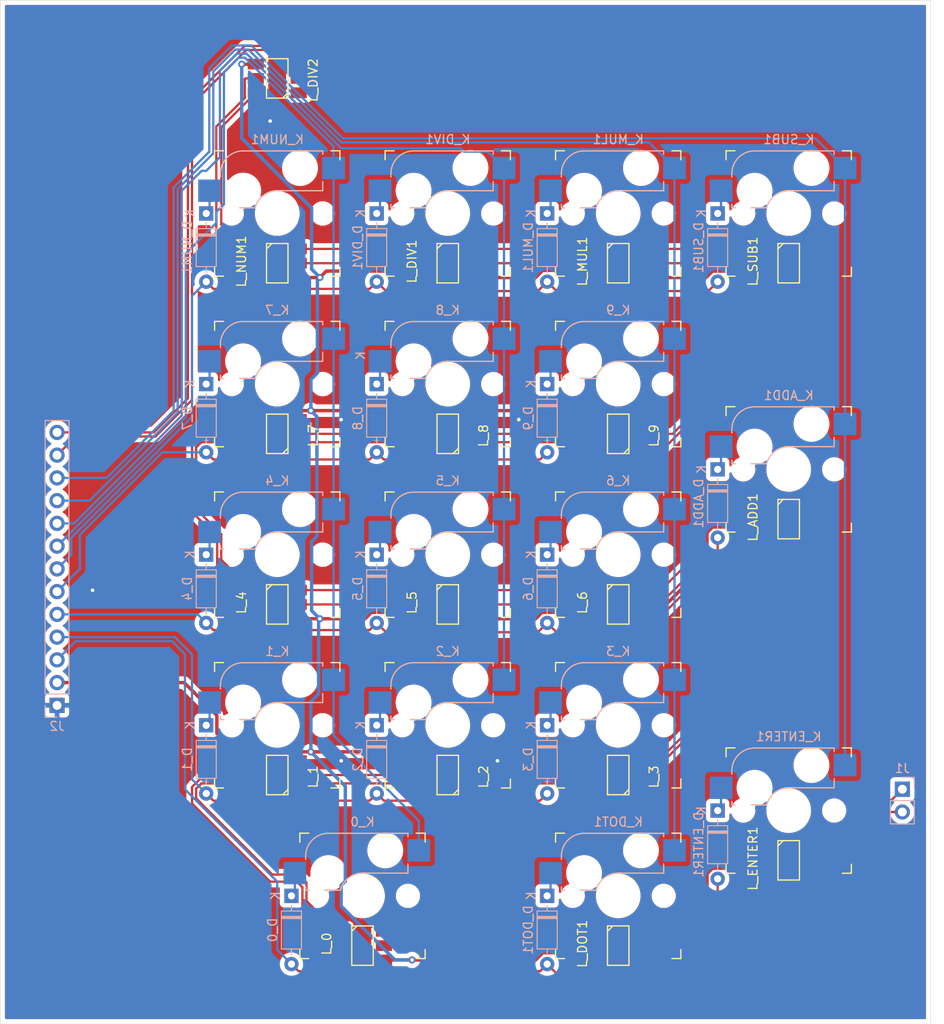
<source format=kicad_pcb>
(kicad_pcb (version 20171130) (host pcbnew "(5.1.10)-1")
  (layers (0 F.Cu signal) (31 B.Cu signal) (34 B.Paste user hide) (35 F.Paste user hide) (36 B.SilkS user hide) (37 F.SilkS user hide) (38 B.Mask user hide) (39 F.Mask user hide) (44 Edge.Cuts user))
  (net 0 "")
  (net 1 "Net-(D_0-Pad1)")
  (net 2 "/Key Matrix/ROW4")
  (net 3 "Net-(D_1-Pad1)")
  (net 4 "Net-(D_2-Pad1)")
  (net 5 "Net-(D_3-Pad1)")
  (net 6 "/Key Matrix/ROW3")
  (net 7 "Net-(D_4-Pad1)")
  (net 8 "Net-(D_5-Pad1)")
  (net 9 "Net-(D_6-Pad1)")
  (net 10 "/Key Matrix/ROW2")
  (net 11 "Net-(D_7-Pad1)")
  (net 12 "Net-(D_8-Pad1)")
  (net 13 "Net-(D_9-Pad1)")
  (net 14 "Net-(D_ADD1-Pad1)")
  (net 15 "/Key Matrix/ROW1")
  (net 16 "Net-(D_DIV1-Pad1)")
  (net 17 "/Key Matrix/ROW5")
  (net 18 "Net-(D_DOT1-Pad1)")
  (net 19 "Net-(D_ENTER1-Pad1)")
  (net 20 "Net-(D_MUL1-Pad1)")
  (net 21 "Net-(D_NUM1-Pad1)")
  (net 22 "Net-(D_SUB1-Pad1)")
  (net 23 "/Key Matrix/COUT")
  (net 24 "/Key Matrix/DOUT")
  (net 25 "/Key Matrix/DIN")
  (net 26 "/Key Matrix/CIN")
  (net 27 "/Key Matrix/COL1")
  (net 28 "/Key Matrix/COL2")
  (net 29 "/Key Matrix/COL3")
  (net 30 "/Key Matrix/COL4")
  (net 31 "/Key Matrix/VCC")
  (net 32 GND)
  (net 33 "Net-(L_0-Pad6)")
  (net 34 "Net-(L_0-Pad1)")
  (net 35 "Net-(L_0-Pad2)")
  (net 36 "Net-(L_0-Pad5)")
  (net 37 "Net-(L_1-Pad1)")
  (net 38 "Net-(L_1-Pad2)")
  (net 39 "Net-(L_2-Pad1)")
  (net 40 "Net-(L_2-Pad2)")
  (net 41 "Net-(L_3-Pad1)")
  (net 42 "Net-(L_3-Pad2)")
  (net 43 "Net-(L_4-Pad6)")
  (net 44 "Net-(L_4-Pad1)")
  (net 45 "Net-(L_4-Pad2)")
  (net 46 "Net-(L_4-Pad5)")
  (net 47 "Net-(L_5-Pad6)")
  (net 48 "Net-(L_5-Pad5)")
  (net 49 "Net-(L_6-Pad6)")
  (net 50 "Net-(L_6-Pad5)")
  (net 51 "Net-(L_7-Pad1)")
  (net 52 "Net-(L_7-Pad2)")
  (net 53 "Net-(L_8-Pad1)")
  (net 54 "Net-(L_8-Pad2)")
  (net 55 "Net-(L_9-Pad1)")
  (net 56 "Net-(L_9-Pad2)")
  (net 57 "Net-(L_DIV1-Pad6)")
  (net 58 "Net-(L_DIV1-Pad1)")
  (net 59 "Net-(L_DIV1-Pad2)")
  (net 60 "Net-(L_DIV1-Pad5)")
  (net 61 "Net-(L_DOT1-Pad6)")
  (net 62 "Net-(L_DOT1-Pad5)")
  (net 63 "Net-(L_MUL1-Pad6)")
  (net 64 "Net-(L_MUL1-Pad5)")
  (net 65 "Net-(L_DIV2-Pad6)")
  (net 66 "Net-(L_DIV2-Pad5)")
  (module hotswap:Kailh_socket_MX (layer F.Cu) (at 127.79375 123.825)
    (fp_text reference K_DOT1 (at 0 -8.255) (layer B.SilkS) (effects (justify mirror)))
    (fp_text value SW_DIP_x01)
    (pad 2 smd rect (at -7.56 -2.54) (size 2.55 2.5) (layers B.Cu B.Paste B.Mask) (net 18 "Net-(D_DOT1-Pad1)"))
    (pad "" np_thru_hole circle (at -5.08 0) (size 1.7018 1.7018) (drill 1.7018) (layers *.Cu *.Mask))
    (pad "" np_thru_hole circle (at 5.08 0) (size 1.7018 1.7018) (drill 1.7018) (layers *.Cu *.Mask))
    (pad "" np_thru_hole circle (at 0 0) (size 3.9878 3.9878) (drill 3.9878) (layers *.Cu *.Mask))
    (pad "" np_thru_hole circle (at -3.81 -2.54) (size 3 3) (drill 3) (layers *.Cu *.Mask))
    (pad "" np_thru_hole circle (at 2.54 -5.08) (size 3 3) (drill 3) (layers *.Cu *.Mask))
    (pad 1 smd rect (at 6.29 -5.08) (size 2.55 2.5) (layers B.Cu B.Paste B.Mask) (net 29 "/Key Matrix/COL3"))
  )
  (module hotswap:Kailh_socket_MX (layer F.Cu) (at 127.79375 85.725)
    (fp_text reference K_6 (at 0 -8.255) (layer B.SilkS) (effects (justify mirror)))
    (fp_text value SW_DIP_x01)
    (pad 2 smd rect (at -7.56 -2.54) (size 2.55 2.5) (layers B.Cu B.Paste B.Mask) (net 9 "Net-(D_6-Pad1)"))
    (pad "" np_thru_hole circle (at -5.08 0) (size 1.7018 1.7018) (drill 1.7018) (layers *.Cu *.Mask))
    (pad "" np_thru_hole circle (at 5.08 0) (size 1.7018 1.7018) (drill 1.7018) (layers *.Cu *.Mask))
    (pad "" np_thru_hole circle (at 0 0) (size 3.9878 3.9878) (drill 3.9878) (layers *.Cu *.Mask))
    (pad "" np_thru_hole circle (at -3.81 -2.54) (size 3 3) (drill 3) (layers *.Cu *.Mask))
    (pad "" np_thru_hole circle (at 2.54 -5.08) (size 3 3) (drill 3) (layers *.Cu *.Mask))
    (pad 1 smd rect (at 6.29 -5.08) (size 2.55 2.5) (layers B.Cu B.Paste B.Mask) (net 29 "/Key Matrix/COL3"))
  )
  (module crump:APA102_hand_solder (layer F.Cu) (at 89.69375 32.54375 90)
    (fp_text reference L_DIV2 (at -0.2 4 90) (layer F.SilkS))
    (fp_text value SK9822)
    (pad 6 smd rect (at -1.6 -2.4 180) (size 1.8 1.2) (layers F.Cu F.Paste F.Mask) (net 65 "Net-(L_DIV2-Pad6)"))
    (pad 1 smd rect (at -1.6 2.4 180) (size 1.8 1.2) (layers F.Cu F.Paste F.Mask) (net 25 "/Key Matrix/DIN"))
    (pad 2 smd rect (at 0 2.4 180) (size 1.8 1.2) (layers F.Cu F.Paste F.Mask) (net 26 "/Key Matrix/CIN"))
    (pad 5 smd rect (at 0 -2.4 180) (size 1.8 1.2) (layers F.Cu F.Paste F.Mask) (net 66 "Net-(L_DIV2-Pad5)"))
    (pad 4 smd rect (at 1.6 -2.4 180) (size 1.8 1.2) (layers F.Cu F.Paste F.Mask) (net 31 "/Key Matrix/VCC"))
    (pad 3 smd rect (at 1.6 2.4 180) (size 1.8 1.2) (layers F.Cu F.Paste F.Mask) (net 32 GND))
  )
  (module hotswap:Kailh_socket_MX (layer F.Cu) (at 99.21875 123.825)
    (fp_text reference K_0 (at 0 -8.255) (layer B.SilkS) (effects (justify mirror)))
    (fp_text value SW_DIP_x01)
    (pad 2 smd rect (at -7.56 -2.54) (size 2.55 2.5) (layers B.Cu B.Paste B.Mask) (net 1 "Net-(D_0-Pad1)"))
    (pad "" np_thru_hole circle (at -5.08 0) (size 1.7018 1.7018) (drill 1.7018) (layers *.Cu *.Mask))
    (pad "" np_thru_hole circle (at 5.08 0) (size 1.7018 1.7018) (drill 1.7018) (layers *.Cu *.Mask))
    (pad "" np_thru_hole circle (at 0 0) (size 3.9878 3.9878) (drill 3.9878) (layers *.Cu *.Mask))
    (pad "" np_thru_hole circle (at -3.81 -2.54) (size 3 3) (drill 3) (layers *.Cu *.Mask))
    (pad "" np_thru_hole circle (at 2.54 -5.08) (size 3 3) (drill 3) (layers *.Cu *.Mask))
    (pad 1 smd rect (at 6.29 -5.08) (size 2.55 2.5) (layers B.Cu B.Paste B.Mask) (net 27 "/Key Matrix/COL1"))
  )
  (module hotswap:Kailh_socket_MX (layer F.Cu) (at 146.84375 114.3)
    (fp_text reference K_ENTER1 (at 0 -8.255) (layer B.SilkS) (effects (justify mirror)))
    (fp_text value SW_DIP_x01)
    (pad 2 smd rect (at -7.56 -2.54) (size 2.55 2.5) (layers B.Cu B.Paste B.Mask) (net 19 "Net-(D_ENTER1-Pad1)"))
    (pad "" np_thru_hole circle (at -5.08 0) (size 1.7018 1.7018) (drill 1.7018) (layers *.Cu *.Mask))
    (pad "" np_thru_hole circle (at 5.08 0) (size 1.7018 1.7018) (drill 1.7018) (layers *.Cu *.Mask))
    (pad "" np_thru_hole circle (at 0 0) (size 3.9878 3.9878) (drill 3.9878) (layers *.Cu *.Mask))
    (pad "" np_thru_hole circle (at -3.81 -2.54) (size 3 3) (drill 3) (layers *.Cu *.Mask))
    (pad "" np_thru_hole circle (at 2.54 -5.08) (size 3 3) (drill 3) (layers *.Cu *.Mask))
    (pad 1 smd rect (at 6.29 -5.08) (size 2.55 2.5) (layers B.Cu B.Paste B.Mask) (net 30 "/Key Matrix/COL4"))
  )
  (module hotswap:Kailh_socket_MX (layer F.Cu) (at 146.84375 76.2)
    (fp_text reference K_ADD1 (at 0 -8.255) (layer B.SilkS) (effects (justify mirror)))
    (fp_text value SW_DIP_x01)
    (pad 2 smd rect (at -7.56 -2.54) (size 2.55 2.5) (layers B.Cu B.Paste B.Mask) (net 14 "Net-(D_ADD1-Pad1)"))
    (pad "" np_thru_hole circle (at -5.08 0) (size 1.7018 1.7018) (drill 1.7018) (layers *.Cu *.Mask))
    (pad "" np_thru_hole circle (at 5.08 0) (size 1.7018 1.7018) (drill 1.7018) (layers *.Cu *.Mask))
    (pad "" np_thru_hole circle (at 0 0) (size 3.9878 3.9878) (drill 3.9878) (layers *.Cu *.Mask))
    (pad "" np_thru_hole circle (at -3.81 -2.54) (size 3 3) (drill 3) (layers *.Cu *.Mask))
    (pad "" np_thru_hole circle (at 2.54 -5.08) (size 3 3) (drill 3) (layers *.Cu *.Mask))
    (pad 1 smd rect (at 6.29 -5.08) (size 2.55 2.5) (layers B.Cu B.Paste B.Mask) (net 30 "/Key Matrix/COL4"))
  )
  (module hotswap:Kailh_socket_MX (layer F.Cu) (at 89.69375 47.625)
    (fp_text reference K_NUM1 (at 0 -8.255) (layer B.SilkS) (effects (justify mirror)))
    (fp_text value SW_DIP_x01)
    (pad 2 smd rect (at -7.56 -2.54) (size 2.55 2.5) (layers B.Cu B.Paste B.Mask) (net 21 "Net-(D_NUM1-Pad1)"))
    (pad "" np_thru_hole circle (at -5.08 0) (size 1.7018 1.7018) (drill 1.7018) (layers *.Cu *.Mask))
    (pad "" np_thru_hole circle (at 5.08 0) (size 1.7018 1.7018) (drill 1.7018) (layers *.Cu *.Mask))
    (pad "" np_thru_hole circle (at 0 0) (size 3.9878 3.9878) (drill 3.9878) (layers *.Cu *.Mask))
    (pad "" np_thru_hole circle (at -3.81 -2.54) (size 3 3) (drill 3) (layers *.Cu *.Mask))
    (pad "" np_thru_hole circle (at 2.54 -5.08) (size 3 3) (drill 3) (layers *.Cu *.Mask))
    (pad 1 smd rect (at 6.29 -5.08) (size 2.55 2.5) (layers B.Cu B.Paste B.Mask) (net 27 "/Key Matrix/COL1"))
  )
  (module Diode_THT:D_DO-35_SOD27_P7.62mm_Horizontal (layer B.Cu) (at 100.80625 104.775 270)
    (fp_text reference D_2 (at 3.81 2.12 90) (layer B.SilkS) (effects (justify mirror)))
    (fp_text value DIODE)
    (fp_text user K (at 0 1.8 90) (layer B.SilkS) (effects (justify mirror)))
    (pad 2 thru_hole oval (at 7.62 0 270) (size 1.6 1.6) (drill 0.8) (layers *.Cu *.Mask) (net 2 "/Key Matrix/ROW4"))
    (pad 1 thru_hole rect (at 0 0 270) (size 1.6 1.6) (drill 0.8) (layers *.Cu *.Mask) (net 4 "Net-(D_2-Pad1)"))
  )
  (module crump:APA102_hand_solder (layer F.Cu) (at 89.69375 53.18125 270)
    (fp_text reference L_NUM1 (at -0.2 4 90) (layer F.SilkS))
    (fp_text value SK9822)
    (pad 6 smd rect (at -1.6 -2.4) (size 1.8 1.2) (layers F.Cu F.Paste F.Mask) (net 58 "Net-(L_DIV1-Pad1)"))
    (pad 1 smd rect (at -1.6 2.4) (size 1.8 1.2) (layers F.Cu F.Paste F.Mask) (net 65 "Net-(L_DIV2-Pad6)"))
    (pad 2 smd rect (at 0 2.4) (size 1.8 1.2) (layers F.Cu F.Paste F.Mask) (net 66 "Net-(L_DIV2-Pad5)"))
    (pad 5 smd rect (at 0 -2.4) (size 1.8 1.2) (layers F.Cu F.Paste F.Mask) (net 59 "Net-(L_DIV1-Pad2)"))
    (pad 4 smd rect (at 1.6 -2.4) (size 1.8 1.2) (layers F.Cu F.Paste F.Mask) (net 31 "/Key Matrix/VCC"))
    (pad 3 smd rect (at 1.6 2.4) (size 1.8 1.2) (layers F.Cu F.Paste F.Mask) (net 32 GND))
  )
  (module hotswap:Kailh_socket_MX (layer F.Cu) (at 89.69375 66.675)
    (fp_text reference K_7 (at 0 -8.255) (layer B.SilkS) (effects (justify mirror)))
    (fp_text value SW_DIP_x01)
    (pad 2 smd rect (at -7.56 -2.54) (size 2.55 2.5) (layers B.Cu B.Paste B.Mask) (net 11 "Net-(D_7-Pad1)"))
    (pad "" np_thru_hole circle (at -5.08 0) (size 1.7018 1.7018) (drill 1.7018) (layers *.Cu *.Mask))
    (pad "" np_thru_hole circle (at 5.08 0) (size 1.7018 1.7018) (drill 1.7018) (layers *.Cu *.Mask))
    (pad "" np_thru_hole circle (at 0 0) (size 3.9878 3.9878) (drill 3.9878) (layers *.Cu *.Mask))
    (pad "" np_thru_hole circle (at -3.81 -2.54) (size 3 3) (drill 3) (layers *.Cu *.Mask))
    (pad "" np_thru_hole circle (at 2.54 -5.08) (size 3 3) (drill 3) (layers *.Cu *.Mask))
    (pad 1 smd rect (at 6.29 -5.08) (size 2.55 2.5) (layers B.Cu B.Paste B.Mask) (net 27 "/Key Matrix/COL1"))
  )
  (module Connector_PinHeader_2.54mm:PinHeader_1x13_P2.54mm_Vertical (layer B.Cu) (at 65.0875 102.5525)
    (fp_text reference J2 (at 0 2.33) (layer B.SilkS) (effects (justify mirror)))
    (fp_text value Conn_01x13)
    (pad 13 thru_hole oval (at 0 -30.48) (size 1.7 1.7) (drill 1) (layers *.Cu *.Mask) (net 25 "/Key Matrix/DIN"))
    (pad 12 thru_hole oval (at 0 -27.94) (size 1.7 1.7) (drill 1) (layers *.Cu *.Mask) (net 26 "/Key Matrix/CIN"))
    (pad 11 thru_hole oval (at 0 -25.4) (size 1.7 1.7) (drill 1) (layers *.Cu *.Mask) (net 30 "/Key Matrix/COL4"))
    (pad 10 thru_hole oval (at 0 -22.86) (size 1.7 1.7) (drill 1) (layers *.Cu *.Mask) (net 29 "/Key Matrix/COL3"))
    (pad 9 thru_hole oval (at 0 -20.32) (size 1.7 1.7) (drill 1) (layers *.Cu *.Mask) (net 28 "/Key Matrix/COL2"))
    (pad 8 thru_hole oval (at 0 -17.78) (size 1.7 1.7) (drill 1) (layers *.Cu *.Mask) (net 27 "/Key Matrix/COL1"))
    (pad 7 thru_hole oval (at 0 -15.24) (size 1.7 1.7) (drill 1) (layers *.Cu *.Mask) (net 15 "/Key Matrix/ROW1"))
    (pad 6 thru_hole oval (at 0 -12.7) (size 1.7 1.7) (drill 1) (layers *.Cu *.Mask) (net 10 "/Key Matrix/ROW2"))
    (pad 5 thru_hole oval (at 0 -10.16) (size 1.7 1.7) (drill 1) (layers *.Cu *.Mask) (net 6 "/Key Matrix/ROW3"))
    (pad 4 thru_hole oval (at 0 -7.62) (size 1.7 1.7) (drill 1) (layers *.Cu *.Mask) (net 2 "/Key Matrix/ROW4"))
    (pad 3 thru_hole oval (at 0 -5.08) (size 1.7 1.7) (drill 1) (layers *.Cu *.Mask) (net 17 "/Key Matrix/ROW5"))
    (pad 2 thru_hole oval (at 0 -2.54) (size 1.7 1.7) (drill 1) (layers *.Cu *.Mask) (net 31 "/Key Matrix/VCC"))
    (pad 1 thru_hole rect (at 0 0) (size 1.7 1.7) (drill 1) (layers *.Cu *.Mask) (net 32 GND))
  )
  (module Connector_PinHeader_2.54mm:PinHeader_1x02_P2.54mm_Vertical (layer B.Cu) (at 159.54375 111.91875 180)
    (fp_text reference J1 (at 0 2.33) (layer B.SilkS) (effects (justify mirror)))
    (fp_text value Conn_01x02)
    (pad 2 thru_hole oval (at 0 -2.54 180) (size 1.7 1.7) (drill 1) (layers *.Cu *.Mask) (net 23 "/Key Matrix/COUT"))
    (pad 1 thru_hole rect (at 0 0 180) (size 1.7 1.7) (drill 1) (layers *.Cu *.Mask) (net 24 "/Key Matrix/DOUT"))
  )
  (module Diode_THT:D_DO-35_SOD27_P7.62mm_Horizontal (layer B.Cu) (at 138.90625 47.625 270)
    (fp_text reference D_SUB1 (at 3.81 2.12 270) (layer B.SilkS) (effects (justify mirror)))
    (fp_text value DIODE)
    (fp_text user K (at 0 1.8 270) (layer B.SilkS) (effects (justify mirror)))
    (pad 2 thru_hole oval (at 7.62 0 270) (size 1.6 1.6) (drill 0.8) (layers *.Cu *.Mask) (net 15 "/Key Matrix/ROW1"))
    (pad 1 thru_hole rect (at 0 0 270) (size 1.6 1.6) (drill 0.8) (layers *.Cu *.Mask) (net 22 "Net-(D_SUB1-Pad1)"))
  )
  (module Diode_THT:D_DO-35_SOD27_P7.62mm_Horizontal (layer B.Cu) (at 81.75625 47.625 270)
    (fp_text reference D_NUM1 (at 3.81 2.12 90) (layer B.SilkS) (effects (justify mirror)))
    (fp_text value DIODE)
    (fp_text user K (at 0 1.8 90) (layer B.SilkS) (effects (justify mirror)))
    (pad 2 thru_hole oval (at 7.62 0 270) (size 1.6 1.6) (drill 0.8) (layers *.Cu *.Mask) (net 15 "/Key Matrix/ROW1"))
    (pad 1 thru_hole rect (at 0 0 270) (size 1.6 1.6) (drill 0.8) (layers *.Cu *.Mask) (net 21 "Net-(D_NUM1-Pad1)"))
  )
  (module Diode_THT:D_DO-35_SOD27_P7.62mm_Horizontal (layer B.Cu) (at 119.85625 47.625 270)
    (fp_text reference D_MUL1 (at 3.81 2.12 270) (layer B.SilkS) (effects (justify mirror)))
    (fp_text value DIODE)
    (fp_text user K (at 0 1.8 270) (layer B.SilkS) (effects (justify mirror)))
    (pad 2 thru_hole oval (at 7.62 0 270) (size 1.6 1.6) (drill 0.8) (layers *.Cu *.Mask) (net 15 "/Key Matrix/ROW1"))
    (pad 1 thru_hole rect (at 0 0 270) (size 1.6 1.6) (drill 0.8) (layers *.Cu *.Mask) (net 20 "Net-(D_MUL1-Pad1)"))
  )
  (module Diode_THT:D_DO-35_SOD27_P7.62mm_Horizontal (layer B.Cu) (at 138.90625 114.3 270)
    (fp_text reference D_ENTER1 (at 3.81 2.12 270) (layer B.SilkS) (effects (justify mirror)))
    (fp_text value DIODE)
    (fp_text user K (at 0 1.8 270) (layer B.SilkS) (effects (justify mirror)))
    (pad 2 thru_hole oval (at 7.62 0 270) (size 1.6 1.6) (drill 0.8) (layers *.Cu *.Mask) (net 17 "/Key Matrix/ROW5"))
    (pad 1 thru_hole rect (at 0 0 270) (size 1.6 1.6) (drill 0.8) (layers *.Cu *.Mask) (net 19 "Net-(D_ENTER1-Pad1)"))
  )
  (module Diode_THT:D_DO-35_SOD27_P7.62mm_Horizontal (layer B.Cu) (at 119.85625 123.825 270)
    (fp_text reference D_DOT1 (at 3.81 2.12 270) (layer B.SilkS) (effects (justify mirror)))
    (fp_text value DIODE)
    (fp_text user K (at 0 1.8 270) (layer B.SilkS) (effects (justify mirror)))
    (pad 2 thru_hole oval (at 7.62 0 270) (size 1.6 1.6) (drill 0.8) (layers *.Cu *.Mask) (net 17 "/Key Matrix/ROW5"))
    (pad 1 thru_hole rect (at 0 0 270) (size 1.6 1.6) (drill 0.8) (layers *.Cu *.Mask) (net 18 "Net-(D_DOT1-Pad1)"))
  )
  (module Diode_THT:D_DO-35_SOD27_P7.62mm_Horizontal (layer B.Cu) (at 100.80625 47.625 270)
    (fp_text reference D_DIV1 (at 3.81 2.12 90) (layer B.SilkS) (effects (justify mirror)))
    (fp_text value DIODE)
    (fp_text user K (at 0 1.8 90) (layer B.SilkS) (effects (justify mirror)))
    (pad 2 thru_hole oval (at 7.62 0 270) (size 1.6 1.6) (drill 0.8) (layers *.Cu *.Mask) (net 15 "/Key Matrix/ROW1"))
    (pad 1 thru_hole rect (at 0 0 270) (size 1.6 1.6) (drill 0.8) (layers *.Cu *.Mask) (net 16 "Net-(D_DIV1-Pad1)"))
  )
  (module Diode_THT:D_DO-35_SOD27_P7.62mm_Horizontal (layer B.Cu) (at 138.90625 76.2 270)
    (fp_text reference D_ADD1 (at 3.81 2.12 90) (layer B.SilkS) (effects (justify mirror)))
    (fp_text value DIODE)
    (fp_text user K (at 0 1.8 90) (layer B.SilkS) (effects (justify mirror)))
    (pad 2 thru_hole oval (at 7.62 0 270) (size 1.6 1.6) (drill 0.8) (layers *.Cu *.Mask) (net 6 "/Key Matrix/ROW3"))
    (pad 1 thru_hole rect (at 0 0 270) (size 1.6 1.6) (drill 0.8) (layers *.Cu *.Mask) (net 14 "Net-(D_ADD1-Pad1)"))
  )
  (module Diode_THT:D_DO-35_SOD27_P7.62mm_Horizontal (layer B.Cu) (at 119.85625 66.675 270)
    (fp_text reference D_9 (at 3.81 2.12 270) (layer B.SilkS) (effects (justify mirror)))
    (fp_text value DIODE)
    (fp_text user K (at 0 1.8 270) (layer B.SilkS) (effects (justify mirror)))
    (pad 2 thru_hole oval (at 7.62 0 270) (size 1.6 1.6) (drill 0.8) (layers *.Cu *.Mask) (net 10 "/Key Matrix/ROW2"))
    (pad 1 thru_hole rect (at 0 0 270) (size 1.6 1.6) (drill 0.8) (layers *.Cu *.Mask) (net 13 "Net-(D_9-Pad1)"))
  )
  (module Diode_THT:D_DO-35_SOD27_P7.62mm_Horizontal (layer B.Cu) (at 100.80625 66.675 270)
    (fp_text reference D_8 (at 3.81 2.12 270) (layer B.SilkS) (effects (justify mirror)))
    (fp_text value DIODE)
    (fp_text user K (at -3.175 1.8 270) (layer B.SilkS) (effects (justify mirror)))
    (pad 2 thru_hole oval (at 7.62 0 270) (size 1.6 1.6) (drill 0.8) (layers *.Cu *.Mask) (net 10 "/Key Matrix/ROW2"))
    (pad 1 thru_hole rect (at 0 0 270) (size 1.6 1.6) (drill 0.8) (layers *.Cu *.Mask) (net 12 "Net-(D_8-Pad1)"))
  )
  (module Diode_THT:D_DO-35_SOD27_P7.62mm_Horizontal (layer B.Cu) (at 81.75625 66.675 270)
    (fp_text reference D_7 (at 3.81 2.12 270) (layer B.SilkS) (effects (justify mirror)))
    (fp_text value DIODE)
    (fp_text user K (at 0 1.8 270) (layer B.SilkS) (effects (justify mirror)))
    (pad 2 thru_hole oval (at 7.62 0 270) (size 1.6 1.6) (drill 0.8) (layers *.Cu *.Mask) (net 10 "/Key Matrix/ROW2"))
    (pad 1 thru_hole rect (at 0 0 270) (size 1.6 1.6) (drill 0.8) (layers *.Cu *.Mask) (net 11 "Net-(D_7-Pad1)"))
  )
  (module Diode_THT:D_DO-35_SOD27_P7.62mm_Horizontal (layer B.Cu) (at 119.85625 85.725 270)
    (fp_text reference D_6 (at 3.81 2.12 90) (layer B.SilkS) (effects (justify mirror)))
    (fp_text value DIODE)
    (fp_text user K (at 0 1.8 90) (layer B.SilkS) (effects (justify mirror)))
    (pad 2 thru_hole oval (at 7.62 0 270) (size 1.6 1.6) (drill 0.8) (layers *.Cu *.Mask) (net 6 "/Key Matrix/ROW3"))
    (pad 1 thru_hole rect (at 0 0 270) (size 1.6 1.6) (drill 0.8) (layers *.Cu *.Mask) (net 9 "Net-(D_6-Pad1)"))
  )
  (module Diode_THT:D_DO-35_SOD27_P7.62mm_Horizontal (layer B.Cu) (at 100.80625 85.725 270)
    (fp_text reference D_5 (at 3.81 2.12 270) (layer B.SilkS) (effects (justify mirror)))
    (fp_text value DIODE)
    (fp_text user K (at 0 1.8 270) (layer B.SilkS) (effects (justify mirror)))
    (pad 2 thru_hole oval (at 7.62 0 270) (size 1.6 1.6) (drill 0.8) (layers *.Cu *.Mask) (net 6 "/Key Matrix/ROW3"))
    (pad 1 thru_hole rect (at 0 0 270) (size 1.6 1.6) (drill 0.8) (layers *.Cu *.Mask) (net 8 "Net-(D_5-Pad1)"))
  )
  (module Diode_THT:D_DO-35_SOD27_P7.62mm_Horizontal (layer B.Cu) (at 81.75625 85.725 270)
    (fp_text reference D_4 (at 3.81 2.12 90) (layer B.SilkS) (effects (justify mirror)))
    (fp_text value DIODE)
    (fp_text user K (at 0 1.8 90) (layer B.SilkS) (effects (justify mirror)))
    (pad 2 thru_hole oval (at 7.62 0 270) (size 1.6 1.6) (drill 0.8) (layers *.Cu *.Mask) (net 6 "/Key Matrix/ROW3"))
    (pad 1 thru_hole rect (at 0 0 270) (size 1.6 1.6) (drill 0.8) (layers *.Cu *.Mask) (net 7 "Net-(D_4-Pad1)"))
  )
  (module Diode_THT:D_DO-35_SOD27_P7.62mm_Horizontal (layer B.Cu) (at 119.85625 104.775 270)
    (fp_text reference D_3 (at 3.81 2.12 90) (layer B.SilkS) (effects (justify mirror)))
    (fp_text value DIODE)
    (fp_text user K (at 0 1.8 90) (layer B.SilkS) (effects (justify mirror)))
    (pad 2 thru_hole oval (at 7.62 0 270) (size 1.6 1.6) (drill 0.8) (layers *.Cu *.Mask) (net 2 "/Key Matrix/ROW4"))
    (pad 1 thru_hole rect (at 0 0 270) (size 1.6 1.6) (drill 0.8) (layers *.Cu *.Mask) (net 5 "Net-(D_3-Pad1)"))
  )
  (module Diode_THT:D_DO-35_SOD27_P7.62mm_Horizontal (layer B.Cu) (at 81.75625 104.775 270)
    (fp_text reference D_1 (at 3.81 2.12 270) (layer B.SilkS) (effects (justify mirror)))
    (fp_text value DIODE)
    (fp_text user K (at 0 1.8 270) (layer B.SilkS) (effects (justify mirror)))
    (pad 2 thru_hole oval (at 7.62 0 270) (size 1.6 1.6) (drill 0.8) (layers *.Cu *.Mask) (net 2 "/Key Matrix/ROW4"))
    (pad 1 thru_hole rect (at 0 0 270) (size 1.6 1.6) (drill 0.8) (layers *.Cu *.Mask) (net 3 "Net-(D_1-Pad1)"))
  )
  (module Diode_THT:D_DO-35_SOD27_P7.62mm_Horizontal (layer B.Cu) (at 91.28125 123.825 270)
    (fp_text reference D_0 (at 3.81 2.12 90) (layer B.SilkS) (effects (justify mirror)))
    (fp_text value DIODE)
    (fp_text user K (at 0 1.8 90) (layer B.SilkS) (effects (justify mirror)))
    (pad 2 thru_hole oval (at 7.62 0 270) (size 1.6 1.6) (drill 0.8) (layers *.Cu *.Mask) (net 17 "/Key Matrix/ROW5"))
    (pad 1 thru_hole rect (at 0 0 270) (size 1.6 1.6) (drill 0.8) (layers *.Cu *.Mask) (net 1 "Net-(D_0-Pad1)"))
  )
  (module crump:APA102_hand_solder (layer F.Cu) (at 146.84375 53.18125 270)
    (fp_text reference L_SUB1 (at -0.2 4 90) (layer F.SilkS))
    (fp_text value SK9822)
    (pad 6 smd rect (at -1.6 -2.4) (size 1.8 1.2) (layers F.Cu F.Paste F.Mask) (net 55 "Net-(L_9-Pad1)"))
    (pad 1 smd rect (at -1.6 2.4) (size 1.8 1.2) (layers F.Cu F.Paste F.Mask) (net 63 "Net-(L_MUL1-Pad6)"))
    (pad 2 smd rect (at 0 2.4) (size 1.8 1.2) (layers F.Cu F.Paste F.Mask) (net 64 "Net-(L_MUL1-Pad5)"))
    (pad 5 smd rect (at 0 -2.4) (size 1.8 1.2) (layers F.Cu F.Paste F.Mask) (net 56 "Net-(L_9-Pad2)"))
    (pad 4 smd rect (at 1.6 -2.4) (size 1.8 1.2) (layers F.Cu F.Paste F.Mask) (net 31 "/Key Matrix/VCC"))
    (pad 3 smd rect (at 1.6 2.4) (size 1.8 1.2) (layers F.Cu F.Paste F.Mask) (net 32 GND))
  )
  (module crump:APA102_hand_solder (layer F.Cu) (at 127.79375 53.18125 270)
    (fp_text reference L_MUL1 (at -0.2 4 90) (layer F.SilkS))
    (fp_text value SK9822)
    (pad 6 smd rect (at -1.6 -2.4) (size 1.8 1.2) (layers F.Cu F.Paste F.Mask) (net 63 "Net-(L_MUL1-Pad6)"))
    (pad 1 smd rect (at -1.6 2.4) (size 1.8 1.2) (layers F.Cu F.Paste F.Mask) (net 57 "Net-(L_DIV1-Pad6)"))
    (pad 2 smd rect (at 0 2.4) (size 1.8 1.2) (layers F.Cu F.Paste F.Mask) (net 60 "Net-(L_DIV1-Pad5)"))
    (pad 5 smd rect (at 0 -2.4) (size 1.8 1.2) (layers F.Cu F.Paste F.Mask) (net 64 "Net-(L_MUL1-Pad5)"))
    (pad 4 smd rect (at 1.6 -2.4) (size 1.8 1.2) (layers F.Cu F.Paste F.Mask) (net 31 "/Key Matrix/VCC"))
    (pad 3 smd rect (at 1.6 2.4) (size 1.8 1.2) (layers F.Cu F.Paste F.Mask) (net 32 GND))
  )
  (module crump:APA102_hand_solder (layer F.Cu) (at 146.84375 119.85625 270)
    (fp_text reference L_ENTER1 (at -0.2 4 90) (layer F.SilkS))
    (fp_text value SK9822)
    (pad 6 smd rect (at -1.6 -2.4) (size 1.8 1.2) (layers F.Cu F.Paste F.Mask) (net 24 "/Key Matrix/DOUT"))
    (pad 1 smd rect (at -1.6 2.4) (size 1.8 1.2) (layers F.Cu F.Paste F.Mask) (net 61 "Net-(L_DOT1-Pad6)"))
    (pad 2 smd rect (at 0 2.4) (size 1.8 1.2) (layers F.Cu F.Paste F.Mask) (net 62 "Net-(L_DOT1-Pad5)"))
    (pad 5 smd rect (at 0 -2.4) (size 1.8 1.2) (layers F.Cu F.Paste F.Mask) (net 23 "/Key Matrix/COUT"))
    (pad 4 smd rect (at 1.6 -2.4) (size 1.8 1.2) (layers F.Cu F.Paste F.Mask) (net 31 "/Key Matrix/VCC"))
    (pad 3 smd rect (at 1.6 2.4) (size 1.8 1.2) (layers F.Cu F.Paste F.Mask) (net 32 GND))
  )
  (module crump:APA102_hand_solder (layer F.Cu) (at 127.79375 129.38125 270)
    (fp_text reference L_DOT1 (at -0.2 4 90) (layer F.SilkS))
    (fp_text value SK9822)
    (pad 6 smd rect (at -1.6 -2.4) (size 1.8 1.2) (layers F.Cu F.Paste F.Mask) (net 61 "Net-(L_DOT1-Pad6)"))
    (pad 1 smd rect (at -1.6 2.4) (size 1.8 1.2) (layers F.Cu F.Paste F.Mask) (net 33 "Net-(L_0-Pad6)"))
    (pad 2 smd rect (at 0 2.4) (size 1.8 1.2) (layers F.Cu F.Paste F.Mask) (net 36 "Net-(L_0-Pad5)"))
    (pad 5 smd rect (at 0 -2.4) (size 1.8 1.2) (layers F.Cu F.Paste F.Mask) (net 62 "Net-(L_DOT1-Pad5)"))
    (pad 4 smd rect (at 1.6 -2.4) (size 1.8 1.2) (layers F.Cu F.Paste F.Mask) (net 31 "/Key Matrix/VCC"))
    (pad 3 smd rect (at 1.6 2.4) (size 1.8 1.2) (layers F.Cu F.Paste F.Mask) (net 32 GND))
  )
  (module crump:APA102_hand_solder (layer F.Cu) (at 108.74375 53.18125 270)
    (fp_text reference L_DIV1 (at -0.2 4 90) (layer F.SilkS))
    (fp_text value SK9822)
    (pad 6 smd rect (at -1.6 -2.4) (size 1.8 1.2) (layers F.Cu F.Paste F.Mask) (net 57 "Net-(L_DIV1-Pad6)"))
    (pad 1 smd rect (at -1.6 2.4) (size 1.8 1.2) (layers F.Cu F.Paste F.Mask) (net 58 "Net-(L_DIV1-Pad1)"))
    (pad 2 smd rect (at 0 2.4) (size 1.8 1.2) (layers F.Cu F.Paste F.Mask) (net 59 "Net-(L_DIV1-Pad2)"))
    (pad 5 smd rect (at 0 -2.4) (size 1.8 1.2) (layers F.Cu F.Paste F.Mask) (net 60 "Net-(L_DIV1-Pad5)"))
    (pad 4 smd rect (at 1.6 -2.4) (size 1.8 1.2) (layers F.Cu F.Paste F.Mask) (net 31 "/Key Matrix/VCC"))
    (pad 3 smd rect (at 1.6 2.4) (size 1.8 1.2) (layers F.Cu F.Paste F.Mask) (net 32 GND))
  )
  (module crump:APA102_hand_solder (layer F.Cu) (at 146.84375 81.75625 270)
    (fp_text reference L_ADD1 (at -0.2 4 90) (layer F.SilkS))
    (fp_text value SK9822)
    (pad 6 smd rect (at -1.6 -2.4) (size 1.8 1.2) (layers F.Cu F.Paste F.Mask) (net 41 "Net-(L_3-Pad1)"))
    (pad 1 smd rect (at -1.6 2.4) (size 1.8 1.2) (layers F.Cu F.Paste F.Mask) (net 49 "Net-(L_6-Pad6)"))
    (pad 2 smd rect (at 0 2.4) (size 1.8 1.2) (layers F.Cu F.Paste F.Mask) (net 50 "Net-(L_6-Pad5)"))
    (pad 5 smd rect (at 0 -2.4) (size 1.8 1.2) (layers F.Cu F.Paste F.Mask) (net 42 "Net-(L_3-Pad2)"))
    (pad 4 smd rect (at 1.6 -2.4) (size 1.8 1.2) (layers F.Cu F.Paste F.Mask) (net 31 "/Key Matrix/VCC"))
    (pad 3 smd rect (at 1.6 2.4) (size 1.8 1.2) (layers F.Cu F.Paste F.Mask) (net 32 GND))
  )
  (module crump:APA102_hand_solder (layer F.Cu) (at 127.79375 72.23125 90)
    (fp_text reference L_9 (at -0.2 4 90) (layer F.SilkS))
    (fp_text value SK9822)
    (pad 6 smd rect (at -1.6 -2.4 180) (size 1.8 1.2) (layers F.Cu F.Paste F.Mask) (net 53 "Net-(L_8-Pad1)"))
    (pad 1 smd rect (at -1.6 2.4 180) (size 1.8 1.2) (layers F.Cu F.Paste F.Mask) (net 55 "Net-(L_9-Pad1)"))
    (pad 2 smd rect (at 0 2.4 180) (size 1.8 1.2) (layers F.Cu F.Paste F.Mask) (net 56 "Net-(L_9-Pad2)"))
    (pad 5 smd rect (at 0 -2.4 180) (size 1.8 1.2) (layers F.Cu F.Paste F.Mask) (net 54 "Net-(L_8-Pad2)"))
    (pad 4 smd rect (at 1.6 -2.4 180) (size 1.8 1.2) (layers F.Cu F.Paste F.Mask) (net 31 "/Key Matrix/VCC"))
    (pad 3 smd rect (at 1.6 2.4 180) (size 1.8 1.2) (layers F.Cu F.Paste F.Mask) (net 32 GND))
  )
  (module crump:APA102_hand_solder (layer F.Cu) (at 108.74375 72.23125 90)
    (fp_text reference L_8 (at -0.2 4 90) (layer F.SilkS))
    (fp_text value SK9822)
    (pad 6 smd rect (at -1.6 -2.4 180) (size 1.8 1.2) (layers F.Cu F.Paste F.Mask) (net 51 "Net-(L_7-Pad1)"))
    (pad 1 smd rect (at -1.6 2.4 180) (size 1.8 1.2) (layers F.Cu F.Paste F.Mask) (net 53 "Net-(L_8-Pad1)"))
    (pad 2 smd rect (at 0 2.4 180) (size 1.8 1.2) (layers F.Cu F.Paste F.Mask) (net 54 "Net-(L_8-Pad2)"))
    (pad 5 smd rect (at 0 -2.4 180) (size 1.8 1.2) (layers F.Cu F.Paste F.Mask) (net 52 "Net-(L_7-Pad2)"))
    (pad 4 smd rect (at 1.6 -2.4 180) (size 1.8 1.2) (layers F.Cu F.Paste F.Mask) (net 31 "/Key Matrix/VCC"))
    (pad 3 smd rect (at 1.6 2.4 180) (size 1.8 1.2) (layers F.Cu F.Paste F.Mask) (net 32 GND))
  )
  (module crump:APA102_hand_solder (layer F.Cu) (at 89.69375 72.23125 90)
    (fp_text reference L_7 (at -0.2 4 90) (layer F.SilkS))
    (fp_text value SK9822)
    (pad 6 smd rect (at -1.6 -2.4 180) (size 1.8 1.2) (layers F.Cu F.Paste F.Mask) (net 44 "Net-(L_4-Pad1)"))
    (pad 1 smd rect (at -1.6 2.4 180) (size 1.8 1.2) (layers F.Cu F.Paste F.Mask) (net 51 "Net-(L_7-Pad1)"))
    (pad 2 smd rect (at 0 2.4 180) (size 1.8 1.2) (layers F.Cu F.Paste F.Mask) (net 52 "Net-(L_7-Pad2)"))
    (pad 5 smd rect (at 0 -2.4 180) (size 1.8 1.2) (layers F.Cu F.Paste F.Mask) (net 45 "Net-(L_4-Pad2)"))
    (pad 4 smd rect (at 1.6 -2.4 180) (size 1.8 1.2) (layers F.Cu F.Paste F.Mask) (net 31 "/Key Matrix/VCC"))
    (pad 3 smd rect (at 1.6 2.4 180) (size 1.8 1.2) (layers F.Cu F.Paste F.Mask) (net 32 GND))
  )
  (module crump:APA102_hand_solder (layer F.Cu) (at 127.79375 91.28125 270)
    (fp_text reference L_6 (at -0.2 4 90) (layer F.SilkS))
    (fp_text value SK9822)
    (pad 6 smd rect (at -1.6 -2.4) (size 1.8 1.2) (layers F.Cu F.Paste F.Mask) (net 49 "Net-(L_6-Pad6)"))
    (pad 1 smd rect (at -1.6 2.4) (size 1.8 1.2) (layers F.Cu F.Paste F.Mask) (net 47 "Net-(L_5-Pad6)"))
    (pad 2 smd rect (at 0 2.4) (size 1.8 1.2) (layers F.Cu F.Paste F.Mask) (net 48 "Net-(L_5-Pad5)"))
    (pad 5 smd rect (at 0 -2.4) (size 1.8 1.2) (layers F.Cu F.Paste F.Mask) (net 50 "Net-(L_6-Pad5)"))
    (pad 4 smd rect (at 1.6 -2.4) (size 1.8 1.2) (layers F.Cu F.Paste F.Mask) (net 31 "/Key Matrix/VCC"))
    (pad 3 smd rect (at 1.6 2.4) (size 1.8 1.2) (layers F.Cu F.Paste F.Mask) (net 32 GND))
  )
  (module crump:APA102_hand_solder (layer F.Cu) (at 108.74375 91.28125 270)
    (fp_text reference L_5 (at -0.2 4 90) (layer F.SilkS))
    (fp_text value SK9822)
    (pad 6 smd rect (at -1.6 -2.4) (size 1.8 1.2) (layers F.Cu F.Paste F.Mask) (net 47 "Net-(L_5-Pad6)"))
    (pad 1 smd rect (at -1.6 2.4) (size 1.8 1.2) (layers F.Cu F.Paste F.Mask) (net 43 "Net-(L_4-Pad6)"))
    (pad 2 smd rect (at 0 2.4) (size 1.8 1.2) (layers F.Cu F.Paste F.Mask) (net 46 "Net-(L_4-Pad5)"))
    (pad 5 smd rect (at 0 -2.4) (size 1.8 1.2) (layers F.Cu F.Paste F.Mask) (net 48 "Net-(L_5-Pad5)"))
    (pad 4 smd rect (at 1.6 -2.4) (size 1.8 1.2) (layers F.Cu F.Paste F.Mask) (net 31 "/Key Matrix/VCC"))
    (pad 3 smd rect (at 1.6 2.4) (size 1.8 1.2) (layers F.Cu F.Paste F.Mask) (net 32 GND))
  )
  (module crump:APA102_hand_solder (layer F.Cu) (at 89.69375 91.28125 270)
    (fp_text reference L_4 (at -0.2 4 90) (layer F.SilkS))
    (fp_text value SK9822)
    (pad 6 smd rect (at -1.6 -2.4) (size 1.8 1.2) (layers F.Cu F.Paste F.Mask) (net 43 "Net-(L_4-Pad6)"))
    (pad 1 smd rect (at -1.6 2.4) (size 1.8 1.2) (layers F.Cu F.Paste F.Mask) (net 44 "Net-(L_4-Pad1)"))
    (pad 2 smd rect (at 0 2.4) (size 1.8 1.2) (layers F.Cu F.Paste F.Mask) (net 45 "Net-(L_4-Pad2)"))
    (pad 5 smd rect (at 0 -2.4) (size 1.8 1.2) (layers F.Cu F.Paste F.Mask) (net 46 "Net-(L_4-Pad5)"))
    (pad 4 smd rect (at 1.6 -2.4) (size 1.8 1.2) (layers F.Cu F.Paste F.Mask) (net 31 "/Key Matrix/VCC"))
    (pad 3 smd rect (at 1.6 2.4) (size 1.8 1.2) (layers F.Cu F.Paste F.Mask) (net 32 GND))
  )
  (module crump:APA102_hand_solder (layer F.Cu) (at 127.79375 110.33125 90)
    (fp_text reference L_3 (at -0.2 4 90) (layer F.SilkS))
    (fp_text value SK9822)
    (pad 6 smd rect (at -1.6 -2.4 180) (size 1.8 1.2) (layers F.Cu F.Paste F.Mask) (net 39 "Net-(L_2-Pad1)"))
    (pad 1 smd rect (at -1.6 2.4 180) (size 1.8 1.2) (layers F.Cu F.Paste F.Mask) (net 41 "Net-(L_3-Pad1)"))
    (pad 2 smd rect (at 0 2.4 180) (size 1.8 1.2) (layers F.Cu F.Paste F.Mask) (net 42 "Net-(L_3-Pad2)"))
    (pad 5 smd rect (at 0 -2.4 180) (size 1.8 1.2) (layers F.Cu F.Paste F.Mask) (net 40 "Net-(L_2-Pad2)"))
    (pad 4 smd rect (at 1.6 -2.4 180) (size 1.8 1.2) (layers F.Cu F.Paste F.Mask) (net 31 "/Key Matrix/VCC"))
    (pad 3 smd rect (at 1.6 2.4 180) (size 1.8 1.2) (layers F.Cu F.Paste F.Mask) (net 32 GND))
  )
  (module crump:APA102_hand_solder (layer F.Cu) (at 108.74375 110.33125 90)
    (fp_text reference L_2 (at -0.2 4 90) (layer F.SilkS))
    (fp_text value SK9822)
    (pad 6 smd rect (at -1.6 -2.4 180) (size 1.8 1.2) (layers F.Cu F.Paste F.Mask) (net 37 "Net-(L_1-Pad1)"))
    (pad 1 smd rect (at -1.6 2.4 180) (size 1.8 1.2) (layers F.Cu F.Paste F.Mask) (net 39 "Net-(L_2-Pad1)"))
    (pad 2 smd rect (at 0 2.4 180) (size 1.8 1.2) (layers F.Cu F.Paste F.Mask) (net 40 "Net-(L_2-Pad2)"))
    (pad 5 smd rect (at 0 -2.4 180) (size 1.8 1.2) (layers F.Cu F.Paste F.Mask) (net 38 "Net-(L_1-Pad2)"))
    (pad 4 smd rect (at 1.6 -2.4 180) (size 1.8 1.2) (layers F.Cu F.Paste F.Mask) (net 31 "/Key Matrix/VCC"))
    (pad 3 smd rect (at 1.6 2.4 180) (size 1.8 1.2) (layers F.Cu F.Paste F.Mask) (net 32 GND))
  )
  (module crump:APA102_hand_solder (layer F.Cu) (at 89.69375 110.33125 90)
    (fp_text reference L_1 (at -0.2 4 90) (layer F.SilkS))
    (fp_text value SK9822)
    (pad 6 smd rect (at -1.6 -2.4 180) (size 1.8 1.2) (layers F.Cu F.Paste F.Mask) (net 34 "Net-(L_0-Pad1)"))
    (pad 1 smd rect (at -1.6 2.4 180) (size 1.8 1.2) (layers F.Cu F.Paste F.Mask) (net 37 "Net-(L_1-Pad1)"))
    (pad 2 smd rect (at 0 2.4 180) (size 1.8 1.2) (layers F.Cu F.Paste F.Mask) (net 38 "Net-(L_1-Pad2)"))
    (pad 5 smd rect (at 0 -2.4 180) (size 1.8 1.2) (layers F.Cu F.Paste F.Mask) (net 35 "Net-(L_0-Pad2)"))
    (pad 4 smd rect (at 1.6 -2.4 180) (size 1.8 1.2) (layers F.Cu F.Paste F.Mask) (net 31 "/Key Matrix/VCC"))
    (pad 3 smd rect (at 1.6 2.4 180) (size 1.8 1.2) (layers F.Cu F.Paste F.Mask) (net 32 GND))
  )
  (module crump:APA102_hand_solder (layer F.Cu) (at 99.21875 129.38125 270)
    (fp_text reference L_0 (at -0.2 4 90) (layer F.SilkS))
    (fp_text value SK9822)
    (pad 6 smd rect (at -1.6 -2.4) (size 1.8 1.2) (layers F.Cu F.Paste F.Mask) (net 33 "Net-(L_0-Pad6)"))
    (pad 1 smd rect (at -1.6 2.4) (size 1.8 1.2) (layers F.Cu F.Paste F.Mask) (net 34 "Net-(L_0-Pad1)"))
    (pad 2 smd rect (at 0 2.4) (size 1.8 1.2) (layers F.Cu F.Paste F.Mask) (net 35 "Net-(L_0-Pad2)"))
    (pad 5 smd rect (at 0 -2.4) (size 1.8 1.2) (layers F.Cu F.Paste F.Mask) (net 36 "Net-(L_0-Pad5)"))
    (pad 4 smd rect (at 1.6 -2.4) (size 1.8 1.2) (layers F.Cu F.Paste F.Mask) (net 31 "/Key Matrix/VCC"))
    (pad 3 smd rect (at 1.6 2.4) (size 1.8 1.2) (layers F.Cu F.Paste F.Mask) (net 32 GND))
  )
  (module hotswap:Kailh_socket_MX (layer F.Cu) (at 146.84375 47.625)
    (fp_text reference K_SUB1 (at 0 -8.255) (layer B.SilkS) (effects (justify mirror)))
    (fp_text value SW_DIP_x01)
    (pad 2 smd rect (at -7.56 -2.54) (size 2.55 2.5) (layers B.Cu B.Paste B.Mask) (net 22 "Net-(D_SUB1-Pad1)"))
    (pad "" np_thru_hole circle (at -5.08 0) (size 1.7018 1.7018) (drill 1.7018) (layers *.Cu *.Mask))
    (pad "" np_thru_hole circle (at 5.08 0) (size 1.7018 1.7018) (drill 1.7018) (layers *.Cu *.Mask))
    (pad "" np_thru_hole circle (at 0 0) (size 3.9878 3.9878) (drill 3.9878) (layers *.Cu *.Mask))
    (pad "" np_thru_hole circle (at -3.81 -2.54) (size 3 3) (drill 3) (layers *.Cu *.Mask))
    (pad "" np_thru_hole circle (at 2.54 -5.08) (size 3 3) (drill 3) (layers *.Cu *.Mask))
    (pad 1 smd rect (at 6.29 -5.08) (size 2.55 2.5) (layers B.Cu B.Paste B.Mask) (net 30 "/Key Matrix/COL4"))
  )
  (module hotswap:Kailh_socket_MX (layer F.Cu) (at 127.79375 47.625)
    (fp_text reference K_MUL1 (at 0 -8.255) (layer B.SilkS) (effects (justify mirror)))
    (fp_text value SW_DIP_x01)
    (pad 2 smd rect (at -7.56 -2.54) (size 2.55 2.5) (layers B.Cu B.Paste B.Mask) (net 20 "Net-(D_MUL1-Pad1)"))
    (pad "" np_thru_hole circle (at -5.08 0) (size 1.7018 1.7018) (drill 1.7018) (layers *.Cu *.Mask))
    (pad "" np_thru_hole circle (at 5.08 0) (size 1.7018 1.7018) (drill 1.7018) (layers *.Cu *.Mask))
    (pad "" np_thru_hole circle (at 0 0) (size 3.9878 3.9878) (drill 3.9878) (layers *.Cu *.Mask))
    (pad "" np_thru_hole circle (at -3.81 -2.54) (size 3 3) (drill 3) (layers *.Cu *.Mask))
    (pad "" np_thru_hole circle (at 2.54 -5.08) (size 3 3) (drill 3) (layers *.Cu *.Mask))
    (pad 1 smd rect (at 6.29 -5.08) (size 2.55 2.5) (layers B.Cu B.Paste B.Mask) (net 29 "/Key Matrix/COL3"))
  )
  (module hotswap:Kailh_socket_MX (layer F.Cu) (at 108.74375 47.625)
    (fp_text reference K_DIV1 (at 0 -8.255) (layer B.SilkS) (effects (justify mirror)))
    (fp_text value SW_DIP_x01)
    (pad 2 smd rect (at -7.56 -2.54) (size 2.55 2.5) (layers B.Cu B.Paste B.Mask) (net 16 "Net-(D_DIV1-Pad1)"))
    (pad "" np_thru_hole circle (at -5.08 0) (size 1.7018 1.7018) (drill 1.7018) (layers *.Cu *.Mask))
    (pad "" np_thru_hole circle (at 5.08 0) (size 1.7018 1.7018) (drill 1.7018) (layers *.Cu *.Mask))
    (pad "" np_thru_hole circle (at 0 0) (size 3.9878 3.9878) (drill 3.9878) (layers *.Cu *.Mask))
    (pad "" np_thru_hole circle (at -3.81 -2.54) (size 3 3) (drill 3) (layers *.Cu *.Mask))
    (pad "" np_thru_hole circle (at 2.54 -5.08) (size 3 3) (drill 3) (layers *.Cu *.Mask))
    (pad 1 smd rect (at 6.29 -5.08) (size 2.55 2.5) (layers B.Cu B.Paste B.Mask) (net 28 "/Key Matrix/COL2"))
  )
  (module hotswap:Kailh_socket_MX (layer F.Cu) (at 127.79375 66.675)
    (fp_text reference K_9 (at 0 -8.255) (layer B.SilkS) (effects (justify mirror)))
    (fp_text value SW_DIP_x01)
    (pad 2 smd rect (at -7.56 -2.54) (size 2.55 2.5) (layers B.Cu B.Paste B.Mask) (net 13 "Net-(D_9-Pad1)"))
    (pad "" np_thru_hole circle (at -5.08 0) (size 1.7018 1.7018) (drill 1.7018) (layers *.Cu *.Mask))
    (pad "" np_thru_hole circle (at 5.08 0) (size 1.7018 1.7018) (drill 1.7018) (layers *.Cu *.Mask))
    (pad "" np_thru_hole circle (at 0 0) (size 3.9878 3.9878) (drill 3.9878) (layers *.Cu *.Mask))
    (pad "" np_thru_hole circle (at -3.81 -2.54) (size 3 3) (drill 3) (layers *.Cu *.Mask))
    (pad "" np_thru_hole circle (at 2.54 -5.08) (size 3 3) (drill 3) (layers *.Cu *.Mask))
    (pad 1 smd rect (at 6.29 -5.08) (size 2.55 2.5) (layers B.Cu B.Paste B.Mask) (net 29 "/Key Matrix/COL3"))
  )
  (module hotswap:Kailh_socket_MX (layer F.Cu) (at 108.74375 66.675)
    (fp_text reference K_8 (at 0 -8.255) (layer B.SilkS) (effects (justify mirror)))
    (fp_text value SW_DIP_x01)
    (pad 2 smd rect (at -7.56 -2.54) (size 2.55 2.5) (layers B.Cu B.Paste B.Mask) (net 12 "Net-(D_8-Pad1)"))
    (pad "" np_thru_hole circle (at -5.08 0) (size 1.7018 1.7018) (drill 1.7018) (layers *.Cu *.Mask))
    (pad "" np_thru_hole circle (at 5.08 0) (size 1.7018 1.7018) (drill 1.7018) (layers *.Cu *.Mask))
    (pad "" np_thru_hole circle (at 0 0) (size 3.9878 3.9878) (drill 3.9878) (layers *.Cu *.Mask))
    (pad "" np_thru_hole circle (at -3.81 -2.54) (size 3 3) (drill 3) (layers *.Cu *.Mask))
    (pad "" np_thru_hole circle (at 2.54 -5.08) (size 3 3) (drill 3) (layers *.Cu *.Mask))
    (pad 1 smd rect (at 6.29 -5.08) (size 2.55 2.5) (layers B.Cu B.Paste B.Mask) (net 28 "/Key Matrix/COL2"))
  )
  (module hotswap:Kailh_socket_MX (layer F.Cu) (at 108.74375 85.725)
    (fp_text reference K_5 (at 0 -8.255) (layer B.SilkS) (effects (justify mirror)))
    (fp_text value SW_DIP_x01)
    (pad 2 smd rect (at -7.56 -2.54) (size 2.55 2.5) (layers B.Cu B.Paste B.Mask) (net 8 "Net-(D_5-Pad1)"))
    (pad "" np_thru_hole circle (at -5.08 0) (size 1.7018 1.7018) (drill 1.7018) (layers *.Cu *.Mask))
    (pad "" np_thru_hole circle (at 5.08 0) (size 1.7018 1.7018) (drill 1.7018) (layers *.Cu *.Mask))
    (pad "" np_thru_hole circle (at 0 0) (size 3.9878 3.9878) (drill 3.9878) (layers *.Cu *.Mask))
    (pad "" np_thru_hole circle (at -3.81 -2.54) (size 3 3) (drill 3) (layers *.Cu *.Mask))
    (pad "" np_thru_hole circle (at 2.54 -5.08) (size 3 3) (drill 3) (layers *.Cu *.Mask))
    (pad 1 smd rect (at 6.29 -5.08) (size 2.55 2.5) (layers B.Cu B.Paste B.Mask) (net 28 "/Key Matrix/COL2"))
  )
  (module hotswap:Kailh_socket_MX (layer F.Cu) (at 89.69375 85.725)
    (fp_text reference K_4 (at 0 -8.255) (layer B.SilkS) (effects (justify mirror)))
    (fp_text value SW_DIP_x01)
    (pad 2 smd rect (at -7.56 -2.54) (size 2.55 2.5) (layers B.Cu B.Paste B.Mask) (net 7 "Net-(D_4-Pad1)"))
    (pad "" np_thru_hole circle (at -5.08 0) (size 1.7018 1.7018) (drill 1.7018) (layers *.Cu *.Mask))
    (pad "" np_thru_hole circle (at 5.08 0) (size 1.7018 1.7018) (drill 1.7018) (layers *.Cu *.Mask))
    (pad "" np_thru_hole circle (at 0 0) (size 3.9878 3.9878) (drill 3.9878) (layers *.Cu *.Mask))
    (pad "" np_thru_hole circle (at -3.81 -2.54) (size 3 3) (drill 3) (layers *.Cu *.Mask))
    (pad "" np_thru_hole circle (at 2.54 -5.08) (size 3 3) (drill 3) (layers *.Cu *.Mask))
    (pad 1 smd rect (at 6.29 -5.08) (size 2.55 2.5) (layers B.Cu B.Paste B.Mask) (net 27 "/Key Matrix/COL1"))
  )
  (module hotswap:Kailh_socket_MX (layer F.Cu) (at 127.79375 104.775)
    (fp_text reference K_3 (at 0 -8.255) (layer B.SilkS) (effects (justify mirror)))
    (fp_text value SW_DIP_x01)
    (pad 2 smd rect (at -7.56 -2.54) (size 2.55 2.5) (layers B.Cu B.Paste B.Mask) (net 5 "Net-(D_3-Pad1)"))
    (pad "" np_thru_hole circle (at -5.08 0) (size 1.7018 1.7018) (drill 1.7018) (layers *.Cu *.Mask))
    (pad "" np_thru_hole circle (at 5.08 0) (size 1.7018 1.7018) (drill 1.7018) (layers *.Cu *.Mask))
    (pad "" np_thru_hole circle (at 0 0) (size 3.9878 3.9878) (drill 3.9878) (layers *.Cu *.Mask))
    (pad "" np_thru_hole circle (at -3.81 -2.54) (size 3 3) (drill 3) (layers *.Cu *.Mask))
    (pad "" np_thru_hole circle (at 2.54 -5.08) (size 3 3) (drill 3) (layers *.Cu *.Mask))
    (pad 1 smd rect (at 6.29 -5.08) (size 2.55 2.5) (layers B.Cu B.Paste B.Mask) (net 29 "/Key Matrix/COL3"))
  )
  (module hotswap:Kailh_socket_MX (layer F.Cu) (at 108.74375 104.775)
    (fp_text reference K_2 (at 0 -8.255) (layer B.SilkS) (effects (justify mirror)))
    (fp_text value SW_DIP_x01)
    (pad 2 smd rect (at -7.56 -2.54) (size 2.55 2.5) (layers B.Cu B.Paste B.Mask) (net 4 "Net-(D_2-Pad1)"))
    (pad "" np_thru_hole circle (at -5.08 0) (size 1.7018 1.7018) (drill 1.7018) (layers *.Cu *.Mask))
    (pad "" np_thru_hole circle (at 5.08 0) (size 1.7018 1.7018) (drill 1.7018) (layers *.Cu *.Mask))
    (pad "" np_thru_hole circle (at 0 0) (size 3.9878 3.9878) (drill 3.9878) (layers *.Cu *.Mask))
    (pad "" np_thru_hole circle (at -3.81 -2.54) (size 3 3) (drill 3) (layers *.Cu *.Mask))
    (pad "" np_thru_hole circle (at 2.54 -5.08) (size 3 3) (drill 3) (layers *.Cu *.Mask))
    (pad 1 smd rect (at 6.29 -5.08) (size 2.55 2.5) (layers B.Cu B.Paste B.Mask) (net 28 "/Key Matrix/COL2"))
  )
  (module hotswap:Kailh_socket_MX (layer F.Cu) (at 89.69375 104.775)
    (fp_text reference K_1 (at 0 -8.255) (layer B.SilkS) (effects (justify mirror)))
    (fp_text value SW_DIP_x01)
    (pad 2 smd rect (at -7.56 -2.54) (size 2.55 2.5) (layers B.Cu B.Paste B.Mask) (net 3 "Net-(D_1-Pad1)"))
    (pad "" np_thru_hole circle (at -5.08 0) (size 1.7018 1.7018) (drill 1.7018) (layers *.Cu *.Mask))
    (pad "" np_thru_hole circle (at 5.08 0) (size 1.7018 1.7018) (drill 1.7018) (layers *.Cu *.Mask))
    (pad "" np_thru_hole circle (at 0 0) (size 3.9878 3.9878) (drill 3.9878) (layers *.Cu *.Mask))
    (pad "" np_thru_hole circle (at -3.81 -2.54) (size 3 3) (drill 3) (layers *.Cu *.Mask))
    (pad "" np_thru_hole circle (at 2.54 -5.08) (size 3 3) (drill 3) (layers *.Cu *.Mask))
    (pad 1 smd rect (at 6.29 -5.08) (size 2.55 2.5) (layers B.Cu B.Paste B.Mask) (net 27 "/Key Matrix/COL1"))
  )
  (gr_line (start 58.7375 138.1125) (end 58.7375 23.8125) (layer Edge.Cuts) (width 0.05))
  (gr_line (start 162.71875 138.1125) (end 58.7375 138.1125) (layer Edge.Cuts) (width 0.05))
  (gr_line (start 162.71875 23.8125) (end 162.71875 138.1125) (layer Edge.Cuts) (width 0.05))
  (gr_line (start 58.7375 23.8125) (end 162.71875 23.8125) (layer Edge.Cuts) (width 0.05))
  (segment (start 91.65875 123.4475) (end 91.28125 123.825) (width 0.254) (layer B.Cu) (net 1))
  (segment (start 91.65875 121.285) (end 91.65875 123.4475) (width 0.254) (layer B.Cu) (net 1))
  (segment (start 100.006251 113.194999) (end 100.80625 112.395) (width 0.254) (layer F.Cu) (net 2))
  (segment (start 82.556249 113.194999) (end 100.006251 113.194999) (width 0.254) (layer F.Cu) (net 2))
  (segment (start 81.75625 112.395) (end 82.556249 113.194999) (width 0.254) (layer F.Cu) (net 2))
  (segment (start 119.056251 113.194999) (end 119.85625 112.395) (width 0.254) (layer F.Cu) (net 2))
  (segment (start 101.606249 113.194999) (end 119.056251 113.194999) (width 0.254) (layer F.Cu) (net 2))
  (segment (start 100.80625 112.395) (end 101.606249 113.194999) (width 0.254) (layer F.Cu) (net 2))
  (segment (start 65.0875 94.9325) (end 78.26375 94.9325) (width 0.254) (layer B.Cu) (net 2))
  (segment (start 78.26375 94.9325) (end 80.16875 96.8375) (width 0.254) (layer B.Cu) (net 2))
  (segment (start 80.16875 110.8075) (end 81.75625 112.395) (width 0.254) (layer B.Cu) (net 2))
  (segment (start 80.16875 96.8375) (end 80.16875 110.8075) (width 0.254) (layer B.Cu) (net 2))
  (segment (start 82.13375 104.3975) (end 81.75625 104.775) (width 0.254) (layer B.Cu) (net 3))
  (segment (start 82.13375 102.235) (end 82.13375 104.3975) (width 0.254) (layer B.Cu) (net 3))
  (segment (start 101.18375 104.3975) (end 100.80625 104.775) (width 0.254) (layer B.Cu) (net 4))
  (segment (start 101.18375 102.235) (end 101.18375 104.3975) (width 0.254) (layer B.Cu) (net 4))
  (segment (start 120.23375 104.3975) (end 119.85625 104.775) (width 0.254) (layer B.Cu) (net 5))
  (segment (start 120.23375 102.235) (end 120.23375 104.3975) (width 0.254) (layer B.Cu) (net 5))
  (segment (start 100.006251 94.144999) (end 100.80625 93.345) (width 0.254) (layer F.Cu) (net 6))
  (segment (start 82.556249 94.144999) (end 100.006251 94.144999) (width 0.254) (layer F.Cu) (net 6))
  (segment (start 81.75625 93.345) (end 82.556249 94.144999) (width 0.254) (layer F.Cu) (net 6))
  (segment (start 118.811989 94.389261) (end 119.85625 93.345) (width 0.254) (layer F.Cu) (net 6))
  (segment (start 101.850511 94.389261) (end 118.811989 94.389261) (width 0.254) (layer F.Cu) (net 6))
  (segment (start 100.80625 93.345) (end 101.850511 94.389261) (width 0.254) (layer F.Cu) (net 6))
  (segment (start 138.90625 86.257352) (end 138.90625 83.82) (width 0.254) (layer F.Cu) (net 6))
  (segment (start 130.774341 94.389261) (end 138.90625 86.257352) (width 0.254) (layer F.Cu) (net 6))
  (segment (start 120.900511 94.389261) (end 130.774341 94.389261) (width 0.254) (layer F.Cu) (net 6))
  (segment (start 119.85625 93.345) (end 120.900511 94.389261) (width 0.254) (layer F.Cu) (net 6))
  (segment (start 80.80375 92.3925) (end 81.75625 93.345) (width 0.254) (layer B.Cu) (net 6))
  (segment (start 65.0875 92.3925) (end 80.80375 92.3925) (width 0.254) (layer B.Cu) (net 6))
  (segment (start 82.13375 85.3475) (end 81.75625 85.725) (width 0.254) (layer B.Cu) (net 7))
  (segment (start 82.13375 83.185) (end 82.13375 85.3475) (width 0.254) (layer B.Cu) (net 7))
  (segment (start 101.18375 85.3475) (end 100.80625 85.725) (width 0.254) (layer B.Cu) (net 8))
  (segment (start 101.18375 83.185) (end 101.18375 85.3475) (width 0.254) (layer B.Cu) (net 8))
  (segment (start 120.23375 85.3475) (end 119.85625 85.725) (width 0.254) (layer B.Cu) (net 9))
  (segment (start 120.23375 83.185) (end 120.23375 85.3475) (width 0.254) (layer B.Cu) (net 9))
  (segment (start 100.006251 75.094999) (end 100.80625 74.295) (width 0.254) (layer F.Cu) (net 10))
  (segment (start 82.556249 75.094999) (end 100.006251 75.094999) (width 0.254) (layer F.Cu) (net 10))
  (segment (start 81.75625 74.295) (end 82.556249 75.094999) (width 0.254) (layer F.Cu) (net 10))
  (segment (start 119.056251 75.094999) (end 119.85625 74.295) (width 0.254) (layer F.Cu) (net 10))
  (segment (start 101.606249 75.094999) (end 119.056251 75.094999) (width 0.254) (layer F.Cu) (net 10))
  (segment (start 100.80625 74.295) (end 101.606249 75.094999) (width 0.254) (layer F.Cu) (net 10))
  (segment (start 65.0875 89.8525) (end 67.634566 87.305434) (width 0.254) (layer B.Cu) (net 10))
  (segment (start 67.634566 87.305434) (end 67.634566 83.509566) (width 0.254) (layer B.Cu) (net 10))
  (segment (start 76.849132 74.295) (end 81.75625 74.295) (width 0.254) (layer B.Cu) (net 10))
  (segment (start 67.634566 83.509566) (end 76.849132 74.295) (width 0.254) (layer B.Cu) (net 10))
  (segment (start 82.13375 66.2975) (end 81.75625 66.675) (width 0.254) (layer B.Cu) (net 11))
  (segment (start 82.13375 64.135) (end 82.13375 66.2975) (width 0.254) (layer B.Cu) (net 11))
  (segment (start 101.18375 66.2975) (end 100.80625 66.675) (width 0.254) (layer B.Cu) (net 12))
  (segment (start 101.18375 64.135) (end 101.18375 66.2975) (width 0.254) (layer B.Cu) (net 12))
  (segment (start 120.23375 66.2975) (end 119.85625 66.675) (width 0.254) (layer B.Cu) (net 13))
  (segment (start 120.23375 64.135) (end 120.23375 66.2975) (width 0.254) (layer B.Cu) (net 13))
  (segment (start 139.28375 75.8225) (end 138.90625 76.2) (width 0.254) (layer B.Cu) (net 14))
  (segment (start 139.28375 73.66) (end 139.28375 75.8225) (width 0.254) (layer B.Cu) (net 14))
  (segment (start 100.006251 56.044999) (end 100.80625 55.245) (width 0.254) (layer F.Cu) (net 15))
  (segment (start 82.556249 56.044999) (end 100.006251 56.044999) (width 0.254) (layer F.Cu) (net 15))
  (segment (start 81.75625 55.245) (end 82.556249 56.044999) (width 0.254) (layer F.Cu) (net 15))
  (segment (start 101.850511 56.289261) (end 118.811989 56.289261) (width 0.254) (layer F.Cu) (net 15))
  (segment (start 118.811989 56.289261) (end 119.85625 55.245) (width 0.254) (layer F.Cu) (net 15))
  (segment (start 100.80625 55.245) (end 101.850511 56.289261) (width 0.254) (layer F.Cu) (net 15))
  (segment (start 137.861989 56.289261) (end 138.90625 55.245) (width 0.254) (layer F.Cu) (net 15))
  (segment (start 120.900511 56.289261) (end 137.861989 56.289261) (width 0.254) (layer F.Cu) (net 15))
  (segment (start 119.85625 55.245) (end 120.900511 56.289261) (width 0.254) (layer F.Cu) (net 15))
  (segment (start 65.0875 87.3125) (end 66.675 85.725) (width 0.254) (layer B.Cu) (net 15))
  (segment (start 66.675 85.725) (end 66.675 83.827066) (width 0.254) (layer B.Cu) (net 15))
  (segment (start 66.675 83.827066) (end 80.16875 70.333316) (width 0.254) (layer B.Cu) (net 15))
  (segment (start 80.16875 56.8325) (end 81.75625 55.245) (width 0.254) (layer B.Cu) (net 15))
  (segment (start 80.16875 70.333316) (end 80.16875 56.8325) (width 0.254) (layer B.Cu) (net 15))
  (segment (start 101.18375 47.2475) (end 100.80625 47.625) (width 0.254) (layer B.Cu) (net 16))
  (segment (start 101.18375 45.085) (end 101.18375 47.2475) (width 0.254) (layer B.Cu) (net 16))
  (segment (start 119.056251 132.244999) (end 119.85625 131.445) (width 0.254) (layer F.Cu) (net 17))
  (segment (start 92.081249 132.244999) (end 119.056251 132.244999) (width 0.254) (layer F.Cu) (net 17))
  (segment (start 91.28125 131.445) (end 92.081249 132.244999) (width 0.254) (layer F.Cu) (net 17))
  (segment (start 138.90625 124.357352) (end 138.90625 121.92) (width 0.254) (layer F.Cu) (net 17))
  (segment (start 120.900511 132.489261) (end 130.774341 132.489261) (width 0.254) (layer F.Cu) (net 17))
  (segment (start 130.774341 132.489261) (end 138.90625 124.357352) (width 0.254) (layer F.Cu) (net 17))
  (segment (start 119.85625 131.445) (end 120.900511 132.489261) (width 0.254) (layer F.Cu) (net 17))
  (segment (start 89.69375 129.8575) (end 91.28125 131.445) (width 0.254) (layer B.Cu) (net 17))
  (segment (start 89.69375 122.2375) (end 89.69375 129.8575) (width 0.254) (layer B.Cu) (net 17))
  (segment (start 79.375 111.91875) (end 89.69375 122.2375) (width 0.254) (layer B.Cu) (net 17))
  (segment (start 79.375 96.8375) (end 79.375 111.91875) (width 0.254) (layer B.Cu) (net 17))
  (segment (start 77.92401 95.38651) (end 79.375 96.8375) (width 0.254) (layer B.Cu) (net 17))
  (segment (start 67.17349 95.38651) (end 77.92401 95.38651) (width 0.254) (layer B.Cu) (net 17))
  (segment (start 65.0875 97.4725) (end 67.17349 95.38651) (width 0.254) (layer B.Cu) (net 17))
  (segment (start 120.23375 123.4475) (end 119.85625 123.825) (width 0.254) (layer B.Cu) (net 18))
  (segment (start 120.23375 121.285) (end 120.23375 123.4475) (width 0.254) (layer B.Cu) (net 18))
  (segment (start 139.28375 113.9225) (end 138.90625 114.3) (width 0.254) (layer B.Cu) (net 19))
  (segment (start 139.28375 111.76) (end 139.28375 113.9225) (width 0.254) (layer B.Cu) (net 19))
  (segment (start 120.23375 47.2475) (end 119.85625 47.625) (width 0.254) (layer B.Cu) (net 20))
  (segment (start 120.23375 45.085) (end 120.23375 47.2475) (width 0.254) (layer B.Cu) (net 20))
  (segment (start 82.13375 47.2475) (end 81.75625 47.625) (width 0.254) (layer B.Cu) (net 21))
  (segment (start 82.13375 45.085) (end 82.13375 47.2475) (width 0.254) (layer B.Cu) (net 21))
  (segment (start 139.28375 47.2475) (end 138.90625 47.625) (width 0.254) (layer B.Cu) (net 22))
  (segment (start 139.28375 45.085) (end 139.28375 47.2475) (width 0.254) (layer B.Cu) (net 22))
  (segment (start 149.24375 119.85625) (end 152.4 119.85625) (width 0.254) (layer F.Cu) (net 23))
  (segment (start 157.7975 114.45875) (end 159.54375 114.45875) (width 0.254) (layer F.Cu) (net 23))
  (segment (start 152.4 119.85625) (end 157.7975 114.45875) (width 0.254) (layer F.Cu) (net 23))
  (segment (start 153.20625 118.25625) (end 159.54375 111.91875) (width 0.254) (layer F.Cu) (net 24))
  (segment (start 149.24375 118.25625) (end 153.20625 118.25625) (width 0.254) (layer F.Cu) (net 24))
  (segment (start 65.0875 72.0725) (end 75.90474 72.0725) (width 0.254) (layer F.Cu) (net 25))
  (segment (start 75.90474 72.0725) (end 79.71474 68.2625) (width 0.254) (layer F.Cu) (net 25))
  (segment (start 79.71474 35.248481) (end 86.048481 28.91474) (width 0.254) (layer F.Cu) (net 25))
  (segment (start 79.71474 68.2625) (end 79.71474 35.248481) (width 0.254) (layer F.Cu) (net 25))
  (segment (start 94.644307 28.91474) (end 94.91026 29.180694) (width 0.254) (layer F.Cu) (net 25))
  (segment (start 86.048481 28.91474) (end 94.644307 28.91474) (width 0.254) (layer F.Cu) (net 25))
  (segment (start 96.49776 31.938057) (end 96.231806 32.20401) (width 0.254) (layer F.Cu) (net 25))
  (segment (start 96.49776 30.768193) (end 96.49776 31.938057) (width 0.254) (layer F.Cu) (net 25))
  (segment (start 94.91026 29.180694) (end 96.49776 30.768193) (width 0.254) (layer F.Cu) (net 25))
  (segment (start 94.292066 34.14375) (end 92.09375 34.14375) (width 0.254) (layer F.Cu) (net 25))
  (segment (start 96.231806 32.20401) (end 94.292066 34.14375) (width 0.254) (layer F.Cu) (net 25))
  (segment (start 95.25 32.54375) (end 92.09375 32.54375) (width 0.254) (layer F.Cu) (net 26))
  (segment (start 96.04375 31.75) (end 95.25 32.54375) (width 0.254) (layer F.Cu) (net 26))
  (segment (start 96.04375 30.95625) (end 96.04375 31.75) (width 0.254) (layer F.Cu) (net 26))
  (segment (start 94.45625 29.36875) (end 96.04375 30.95625) (width 0.254) (layer F.Cu) (net 26))
  (segment (start 80.16875 35.436538) (end 86.236538 29.36875) (width 0.254) (layer F.Cu) (net 26))
  (segment (start 80.16875 68.450557) (end 80.16875 35.436538) (width 0.254) (layer F.Cu) (net 26))
  (segment (start 86.236538 29.36875) (end 94.45625 29.36875) (width 0.254) (layer F.Cu) (net 26))
  (segment (start 76.092797 72.52651) (end 80.16875 68.450557) (width 0.254) (layer F.Cu) (net 26))
  (segment (start 67.17349 72.52651) (end 76.092797 72.52651) (width 0.254) (layer F.Cu) (net 26))
  (segment (start 65.0875 74.6125) (end 67.17349 72.52651) (width 0.254) (layer F.Cu) (net 26))
  (segment (start 95.98375 42.545) (end 95.98375 61.595) (width 0.254) (layer B.Cu) (net 27))
  (segment (start 95.98375 61.595) (end 95.98375 80.645) (width 0.254) (layer B.Cu) (net 27))
  (segment (start 95.98375 80.645) (end 95.98375 99.695) (width 0.254) (layer B.Cu) (net 27))
  (segment (start 105.50875 115.429538) (end 105.50875 118.745) (width 0.254) (layer B.Cu) (net 27))
  (segment (start 95.98375 105.904538) (end 105.50875 115.429538) (width 0.254) (layer B.Cu) (net 27))
  (segment (start 95.98375 99.695) (end 95.98375 105.904538) (width 0.254) (layer B.Cu) (net 27))
  (segment (start 95.98375 40.139038) (end 95.98375 42.545) (width 0.254) (layer B.Cu) (net 27))
  (segment (start 86.073961 30.229249) (end 95.98375 40.139038) (width 0.254) (layer B.Cu) (net 27))
  (segment (start 85.376039 30.229249) (end 86.073961 30.229249) (width 0.254) (layer B.Cu) (net 27))
  (segment (start 83.735751 31.869537) (end 85.376039 30.229249) (width 0.254) (layer B.Cu) (net 27))
  (segment (start 82.883251 47.449101) (end 83.735751 46.596601) (width 0.254) (layer B.Cu) (net 27))
  (segment (start 82.883251 48.686601) (end 82.883251 47.449101) (width 0.254) (layer B.Cu) (net 27))
  (segment (start 83.735751 46.596601) (end 83.735751 31.869537) (width 0.254) (layer B.Cu) (net 27))
  (segment (start 79.473082 52.09677) (end 82.883251 48.686601) (width 0.254) (layer B.Cu) (net 27))
  (segment (start 79.473082 70.386918) (end 79.473082 52.09677) (width 0.254) (layer B.Cu) (net 27))
  (segment (start 65.0875 84.7725) (end 79.473082 70.386918) (width 0.254) (layer B.Cu) (net 27))
  (segment (start 115.03375 42.545) (end 115.03375 61.595) (width 0.254) (layer B.Cu) (net 28))
  (segment (start 115.03375 61.595) (end 115.03375 80.645) (width 0.254) (layer B.Cu) (net 28))
  (segment (start 115.03375 80.645) (end 115.03375 100.74625) (width 0.254) (layer B.Cu) (net 28))
  (segment (start 65.0875 82.2325) (end 66.985434 82.2325) (width 0.254) (layer B.Cu) (net 28))
  (segment (start 66.985434 82.2325) (end 79.019072 70.198862) (width 0.254) (layer B.Cu) (net 28))
  (segment (start 79.019072 45.086076) (end 81.242648 42.8625) (width 0.254) (layer B.Cu) (net 28))
  (segment (start 79.019072 70.198862) (end 79.019072 45.086076) (width 0.254) (layer B.Cu) (net 28))
  (segment (start 81.75625 42.8625) (end 83.281741 41.337009) (width 0.254) (layer B.Cu) (net 28))
  (segment (start 81.242648 42.8625) (end 81.75625 42.8625) (width 0.254) (layer B.Cu) (net 28))
  (segment (start 83.281741 31.68148) (end 85.187982 29.775239) (width 0.254) (layer B.Cu) (net 28))
  (segment (start 83.281741 41.337009) (end 83.281741 31.68148) (width 0.254) (layer B.Cu) (net 28))
  (segment (start 86.262018 29.775239) (end 96.8375 40.350721) (width 0.254) (layer B.Cu) (net 28))
  (segment (start 85.187982 29.775239) (end 86.262018 29.775239) (width 0.254) (layer B.Cu) (net 28))
  (segment (start 113.206749 40.717999) (end 115.03375 42.545) (width 0.254) (layer B.Cu) (net 28))
  (segment (start 110.567999 40.717999) (end 113.206749 40.717999) (width 0.254) (layer B.Cu) (net 28))
  (segment (start 110.200721 40.350721) (end 110.567999 40.717999) (width 0.254) (layer B.Cu) (net 28))
  (segment (start 96.8375 40.350721) (end 110.200721 40.350721) (width 0.254) (layer B.Cu) (net 28))
  (segment (start 134.08375 42.545) (end 134.08375 61.595) (width 0.254) (layer B.Cu) (net 29))
  (segment (start 134.08375 61.595) (end 134.08375 80.645) (width 0.254) (layer B.Cu) (net 29))
  (segment (start 134.08375 80.645) (end 134.08375 99.695) (width 0.254) (layer B.Cu) (net 29))
  (segment (start 134.08375 99.695) (end 134.08375 118.745) (width 0.254) (layer B.Cu) (net 29))
  (segment (start 65.0875 79.6925) (end 68.722562 79.6925) (width 0.254) (layer B.Cu) (net 29))
  (segment (start 68.722562 79.6925) (end 78.565062 69.85) (width 0.254) (layer B.Cu) (net 29))
  (segment (start 78.565062 44.898019) (end 78.831016 44.632066) (width 0.254) (layer B.Cu) (net 29))
  (segment (start 78.565062 69.85) (end 78.565062 44.898019) (width 0.254) (layer B.Cu) (net 29))
  (segment (start 78.831016 44.632066) (end 82.55 40.913082) (width 0.254) (layer B.Cu) (net 29))
  (segment (start 82.55 40.913082) (end 82.550001 31.771154) (width 0.254) (layer B.Cu) (net 29))
  (segment (start 84.999925 29.321229) (end 86.471229 29.321229) (width 0.254) (layer B.Cu) (net 29))
  (segment (start 82.550001 31.771154) (end 84.999925 29.321229) (width 0.254) (layer B.Cu) (net 29))
  (segment (start 86.471229 29.321229) (end 96.8375 39.6875) (width 0.254) (layer B.Cu) (net 29))
  (segment (start 131.22625 39.6875) (end 134.08375 42.545) (width 0.254) (layer B.Cu) (net 29))
  (segment (start 96.8375 39.6875) (end 131.22625 39.6875) (width 0.254) (layer B.Cu) (net 29))
  (segment (start 153.13375 42.545) (end 153.13375 71.12) (width 0.254) (layer B.Cu) (net 30))
  (segment (start 153.13375 71.12) (end 153.13375 109.22) (width 0.254) (layer B.Cu) (net 30))
  (segment (start 65.0875 77.1525) (end 70.620496 77.1525) (width 0.254) (layer B.Cu) (net 30))
  (segment (start 70.620496 77.1525) (end 78.111052 69.661944) (width 0.254) (layer B.Cu) (net 30))
  (segment (start 78.111052 69.661944) (end 78.111052 45.086075) (width 0.254) (layer B.Cu) (net 30))
  (segment (start 78.111054 44.709961) (end 82.095991 40.725024) (width 0.254) (layer B.Cu) (net 30))
  (segment (start 78.111052 45.086075) (end 78.111054 44.709961) (width 0.254) (layer B.Cu) (net 30))
  (segment (start 82.095991 40.725024) (end 82.095991 31.410259) (width 0.254) (layer B.Cu) (net 30))
  (segment (start 84.639031 28.867219) (end 86.810969 28.867219) (width 0.254) (layer B.Cu) (net 30))
  (segment (start 82.095991 31.410259) (end 84.639031 28.867219) (width 0.254) (layer B.Cu) (net 30))
  (segment (start 87.3125 29.36875) (end 87.3125 29.520434) (width 0.254) (layer B.Cu) (net 30))
  (segment (start 86.810969 28.867219) (end 87.3125 29.36875) (width 0.254) (layer B.Cu) (net 30))
  (segment (start 87.3125 29.520434) (end 97.025556 39.23349) (width 0.254) (layer B.Cu) (net 30))
  (segment (start 149.82224 39.23349) (end 153.13375 42.545) (width 0.254) (layer B.Cu) (net 30))
  (segment (start 97.025556 39.23349) (end 149.82224 39.23349) (width 0.254) (layer B.Cu) (net 30))
  (segment (start 129.203249 55.771751) (end 130.19375 54.78125) (width 0.381) (layer F.Cu) (net 31))
  (segment (start 124.181349 55.771751) (end 129.203249 55.771751) (width 0.381) (layer F.Cu) (net 31))
  (segment (start 122.384598 53.975) (end 124.181349 55.771751) (width 0.381) (layer F.Cu) (net 31))
  (segment (start 119.364308 53.975) (end 122.384598 53.975) (width 0.381) (layer F.Cu) (net 31))
  (segment (start 118.558058 54.78125) (end 119.364308 53.975) (width 0.381) (layer F.Cu) (net 31))
  (segment (start 111.14375 54.78125) (end 118.558058 54.78125) (width 0.381) (layer F.Cu) (net 31))
  (segment (start 148.253249 55.771751) (end 149.24375 54.78125) (width 0.381) (layer F.Cu) (net 31))
  (segment (start 141.514097 54.054499) (end 143.231349 55.771751) (width 0.381) (layer F.Cu) (net 31))
  (segment (start 143.231349 55.771751) (end 148.253249 55.771751) (width 0.381) (layer F.Cu) (net 31))
  (segment (start 138.334809 54.054499) (end 141.514097 54.054499) (width 0.381) (layer F.Cu) (net 31))
  (segment (start 137.608058 54.78125) (end 138.334809 54.054499) (width 0.381) (layer F.Cu) (net 31))
  (segment (start 130.19375 54.78125) (end 137.608058 54.78125) (width 0.381) (layer F.Cu) (net 31))
  (segment (start 105.353249 69.640749) (end 106.34375 70.63125) (width 0.381) (layer F.Cu) (net 31))
  (segment (start 87.29375 70.63125) (end 88.284251 69.640749) (width 0.381) (layer F.Cu) (net 31))
  (segment (start 124.403249 69.640749) (end 125.39375 70.63125) (width 0.381) (layer F.Cu) (net 31))
  (segment (start 109.306915 69.640749) (end 124.403249 69.640749) (width 0.381) (layer F.Cu) (net 31))
  (segment (start 108.316414 70.63125) (end 109.306915 69.640749) (width 0.381) (layer F.Cu) (net 31))
  (segment (start 106.34375 70.63125) (end 108.316414 70.63125) (width 0.381) (layer F.Cu) (net 31))
  (segment (start 110.153249 93.871751) (end 111.14375 92.88125) (width 0.381) (layer F.Cu) (net 31))
  (segment (start 105.131349 93.871751) (end 110.153249 93.871751) (width 0.381) (layer F.Cu) (net 31))
  (segment (start 103.414097 92.154499) (end 105.131349 93.871751) (width 0.381) (layer F.Cu) (net 31))
  (segment (start 100.234809 92.154499) (end 103.414097 92.154499) (width 0.381) (layer F.Cu) (net 31))
  (segment (start 99.508058 92.88125) (end 100.234809 92.154499) (width 0.381) (layer F.Cu) (net 31))
  (segment (start 129.203249 93.871751) (end 130.19375 92.88125) (width 0.381) (layer F.Cu) (net 31))
  (segment (start 124.181349 93.871751) (end 129.203249 93.871751) (width 0.381) (layer F.Cu) (net 31))
  (segment (start 119.284809 92.154499) (end 122.464097 92.154499) (width 0.381) (layer F.Cu) (net 31))
  (segment (start 122.464097 92.154499) (end 124.181349 93.871751) (width 0.381) (layer F.Cu) (net 31))
  (segment (start 118.558058 92.88125) (end 119.284809 92.154499) (width 0.381) (layer F.Cu) (net 31))
  (segment (start 111.14375 92.88125) (end 118.558058 92.88125) (width 0.381) (layer F.Cu) (net 31))
  (segment (start 105.353249 107.740749) (end 106.34375 108.73125) (width 0.381) (layer F.Cu) (net 31))
  (segment (start 89.266414 108.73125) (end 90.256915 107.740749) (width 0.381) (layer F.Cu) (net 31))
  (segment (start 87.29375 108.73125) (end 89.266414 108.73125) (width 0.381) (layer F.Cu) (net 31))
  (segment (start 124.403249 107.740749) (end 125.39375 108.73125) (width 0.381) (layer F.Cu) (net 31))
  (segment (start 107.334251 107.740749) (end 124.403249 107.740749) (width 0.381) (layer F.Cu) (net 31))
  (segment (start 106.34375 108.73125) (end 107.334251 107.740749) (width 0.381) (layer F.Cu) (net 31))
  (segment (start 129.203249 131.971751) (end 130.19375 130.98125) (width 0.381) (layer F.Cu) (net 31))
  (segment (start 122.384598 130.175) (end 124.181349 131.971751) (width 0.381) (layer F.Cu) (net 31))
  (segment (start 119.364308 130.175) (end 122.384598 130.175) (width 0.381) (layer F.Cu) (net 31))
  (segment (start 124.181349 131.971751) (end 129.203249 131.971751) (width 0.381) (layer F.Cu) (net 31))
  (segment (start 118.558058 130.98125) (end 119.364308 130.175) (width 0.381) (layer F.Cu) (net 31))
  (segment (start 148.253249 84.346751) (end 149.24375 83.35625) (width 0.381) (layer F.Cu) (net 31))
  (segment (start 141.514097 82.629499) (end 143.231349 84.346751) (width 0.381) (layer F.Cu) (net 31))
  (segment (start 138.334809 82.629499) (end 141.514097 82.629499) (width 0.381) (layer F.Cu) (net 31))
  (segment (start 137.715749 83.248559) (end 138.334809 82.629499) (width 0.381) (layer F.Cu) (net 31))
  (segment (start 137.715749 86.715985) (end 137.715749 83.248559) (width 0.381) (layer F.Cu) (net 31))
  (segment (start 131.550484 92.88125) (end 137.715749 86.715985) (width 0.381) (layer F.Cu) (net 31))
  (segment (start 143.231349 84.346751) (end 148.253249 84.346751) (width 0.381) (layer F.Cu) (net 31))
  (segment (start 130.19375 92.88125) (end 131.550484 92.88125) (width 0.381) (layer F.Cu) (net 31))
  (segment (start 141.514097 120.729499) (end 143.231349 122.446751) (width 0.381) (layer F.Cu) (net 31))
  (segment (start 138.334809 120.729499) (end 141.514097 120.729499) (width 0.381) (layer F.Cu) (net 31))
  (segment (start 148.253249 122.446751) (end 149.24375 121.45625) (width 0.381) (layer F.Cu) (net 31))
  (segment (start 137.715749 121.348559) (end 138.334809 120.729499) (width 0.381) (layer F.Cu) (net 31))
  (segment (start 137.715749 124.740251) (end 137.715749 121.348559) (width 0.381) (layer F.Cu) (net 31))
  (segment (start 131.47475 130.98125) (end 137.715749 124.740251) (width 0.381) (layer F.Cu) (net 31))
  (segment (start 143.231349 122.446751) (end 148.253249 122.446751) (width 0.381) (layer F.Cu) (net 31))
  (segment (start 130.19375 130.98125) (end 131.47475 130.98125) (width 0.381) (layer F.Cu) (net 31))
  (via (at 94.45625 54.76875) (size 0.8) (drill 0.4) (layers F.Cu B.Cu) (net 31))
  (segment (start 94.44375 54.78125) (end 94.45625 54.76875) (width 0.381) (layer F.Cu) (net 31))
  (segment (start 92.09375 54.78125) (end 94.44375 54.78125) (width 0.381) (layer F.Cu) (net 31))
  (segment (start 110.153249 55.771751) (end 111.14375 54.78125) (width 0.381) (layer F.Cu) (net 31))
  (segment (start 105.131349 55.771751) (end 110.153249 55.771751) (width 0.381) (layer F.Cu) (net 31))
  (segment (start 103.414097 54.054499) (end 105.131349 55.771751) (width 0.381) (layer F.Cu) (net 31))
  (segment (start 95.170501 54.054499) (end 103.414097 54.054499) (width 0.381) (layer F.Cu) (net 31))
  (segment (start 94.45625 54.76875) (end 95.170501 54.054499) (width 0.381) (layer F.Cu) (net 31))
  (via (at 94.44375 92.88125) (size 0.8) (drill 0.4) (layers F.Cu B.Cu) (net 31))
  (segment (start 94.44375 92.88125) (end 99.508058 92.88125) (width 0.381) (layer F.Cu) (net 31))
  (segment (start 92.09375 92.88125) (end 94.44375 92.88125) (width 0.381) (layer F.Cu) (net 31))
  (via (at 93.453249 107.740749) (size 0.8) (drill 0.4) (layers F.Cu B.Cu) (net 31))
  (segment (start 93.453249 102.122401) (end 93.453249 107.740749) (width 0.381) (layer B.Cu) (net 31))
  (segment (start 94.318249 93.006751) (end 94.318249 101.257401) (width 0.381) (layer B.Cu) (net 31))
  (segment (start 94.318249 101.257401) (end 93.453249 102.122401) (width 0.381) (layer B.Cu) (net 31))
  (segment (start 94.44375 92.88125) (end 94.318249 93.006751) (width 0.381) (layer B.Cu) (net 31))
  (segment (start 93.453249 107.740749) (end 105.353249 107.740749) (width 0.381) (layer F.Cu) (net 31))
  (segment (start 90.256915 107.740749) (end 93.453249 107.740749) (width 0.381) (layer F.Cu) (net 31))
  (via (at 104.7625 130.98125) (size 0.8) (drill 0.4) (layers F.Cu B.Cu) (net 31))
  (segment (start 102.846086 130.98125) (end 104.7625 130.98125) (width 0.381) (layer B.Cu) (net 31))
  (segment (start 96.834349 124.969513) (end 102.846086 130.98125) (width 0.381) (layer B.Cu) (net 31))
  (segment (start 96.834349 122.657343) (end 96.834349 124.969513) (width 0.381) (layer B.Cu) (net 31))
  (segment (start 93.453249 107.740749) (end 97.299251 111.586751) (width 0.381) (layer B.Cu) (net 31))
  (segment (start 104.7625 130.98125) (end 118.558058 130.98125) (width 0.381) (layer F.Cu) (net 31))
  (segment (start 97.299251 122.192441) (end 96.834349 122.657343) (width 0.381) (layer B.Cu) (net 31))
  (segment (start 97.299251 111.586751) (end 97.299251 122.192441) (width 0.381) (layer B.Cu) (net 31))
  (segment (start 101.61875 130.98125) (end 104.7625 130.98125) (width 0.381) (layer F.Cu) (net 31))
  (segment (start 85.725 39.221778) (end 85.725 30.95625) (width 0.381) (layer B.Cu) (net 31))
  (via (at 85.725 30.95625) (size 0.8) (drill 0.4) (layers F.Cu B.Cu) (net 31))
  (segment (start 93.532349 47.029127) (end 85.725 39.221778) (width 0.381) (layer B.Cu) (net 31))
  (segment (start 93.532349 53.844849) (end 93.532349 47.029127) (width 0.381) (layer B.Cu) (net 31))
  (segment (start 94.45625 54.76875) (end 93.532349 53.844849) (width 0.381) (layer B.Cu) (net 31))
  (segment (start 87.28125 30.95625) (end 87.29375 30.94375) (width 0.381) (layer F.Cu) (net 31))
  (segment (start 85.725 30.95625) (end 87.28125 30.95625) (width 0.381) (layer F.Cu) (net 31))
  (segment (start 86.01275 108.73125) (end 87.29375 108.73125) (width 0.381) (layer F.Cu) (net 31))
  (segment (start 82.946751 105.665251) (end 86.01275 108.73125) (width 0.381) (layer F.Cu) (net 31))
  (segment (start 82.946751 103.662599) (end 82.946751 105.665251) (width 0.381) (layer F.Cu) (net 31))
  (segment (start 79.296652 100.0125) (end 82.946751 103.662599) (width 0.381) (layer F.Cu) (net 31))
  (segment (start 65.0875 100.0125) (end 79.296652 100.0125) (width 0.381) (layer F.Cu) (net 31))
  (via (at 93.453249 69.640749) (size 0.8) (drill 0.4) (layers F.Cu B.Cu) (net 31))
  (segment (start 94.177877 65.433599) (end 93.453249 66.158227) (width 0.381) (layer B.Cu) (net 31))
  (segment (start 94.177877 55.047123) (end 94.177877 65.433599) (width 0.381) (layer B.Cu) (net 31))
  (segment (start 93.453249 66.158227) (end 93.453249 69.640749) (width 0.381) (layer B.Cu) (net 31))
  (segment (start 93.453249 69.640749) (end 105.353249 69.640749) (width 0.381) (layer F.Cu) (net 31))
  (segment (start 94.45625 54.76875) (end 94.177877 55.047123) (width 0.381) (layer B.Cu) (net 31))
  (segment (start 88.284251 69.640749) (end 93.453249 69.640749) (width 0.381) (layer F.Cu) (net 31))
  (segment (start 93.532349 84.267651) (end 93.532349 91.969849) (width 0.381) (layer B.Cu) (net 31))
  (segment (start 94.124251 83.675749) (end 93.532349 84.267651) (width 0.381) (layer B.Cu) (net 31))
  (segment (start 93.532349 91.969849) (end 94.44375 92.88125) (width 0.381) (layer B.Cu) (net 31))
  (segment (start 94.124251 70.311751) (end 94.124251 83.675749) (width 0.381) (layer B.Cu) (net 31))
  (segment (start 93.453249 69.640749) (end 94.124251 70.311751) (width 0.381) (layer B.Cu) (net 31))
  (via (at 96.8375 70.64375) (size 0.8) (drill 0.4) (layers F.Cu B.Cu) (net 32))
  (via (at 116.68125 70.64375) (size 0.8) (drill 0.4) (layers F.Cu B.Cu) (net 32))
  (via (at 96.8375 108.74375) (size 0.8) (drill 0.4) (layers F.Cu B.Cu) (net 32))
  (via (at 114.3 108.74375) (size 0.8) (drill 0.4) (layers F.Cu B.Cu) (net 32))
  (segment (start 92.10625 108.74375) (end 92.09375 108.73125) (width 0.381) (layer F.Cu) (net 32))
  (segment (start 96.8375 108.74375) (end 92.10625 108.74375) (width 0.381) (layer F.Cu) (net 32))
  (via (at 69.05625 89.69375) (size 0.8) (drill 0.4) (layers F.Cu B.Cu) (net 32))
  (via (at 88.9 37.30625) (size 0.8) (drill 0.4) (layers F.Cu B.Cu) (net 32))
  (segment (start 92.10625 70.64375) (end 92.09375 70.63125) (width 0.381) (layer F.Cu) (net 32))
  (segment (start 96.8375 70.64375) (end 92.10625 70.64375) (width 0.381) (layer F.Cu) (net 32))
  (segment (start 101.61875 127.78125) (end 125.39375 127.78125) (width 0.254) (layer F.Cu) (net 33))
  (segment (start 80.629249 112.935961) (end 89.137038 121.44375) (width 0.254) (layer F.Cu) (net 34))
  (segment (start 81.215289 111.267999) (end 80.629249 111.854039) (width 0.254) (layer F.Cu) (net 34))
  (segment (start 80.629249 111.854039) (end 80.629249 112.935961) (width 0.254) (layer F.Cu) (net 34))
  (segment (start 85.476499 111.267999) (end 81.215289 111.267999) (width 0.254) (layer F.Cu) (net 34))
  (segment (start 86.13975 111.93125) (end 85.476499 111.267999) (width 0.254) (layer F.Cu) (net 34))
  (segment (start 87.29375 111.93125) (end 86.13975 111.93125) (width 0.254) (layer F.Cu) (net 34))
  (segment (start 89.137038 121.44375) (end 92.075 121.44375) (width 0.254) (layer F.Cu) (net 34))
  (segment (start 96.351706 127.78125) (end 96.81875 127.78125) (width 0.254) (layer F.Cu) (net 34))
  (segment (start 92.960849 124.390393) (end 96.351706 127.78125) (width 0.254) (layer F.Cu) (net 34))
  (segment (start 92.960849 122.329599) (end 92.960849 124.390393) (width 0.254) (layer F.Cu) (net 34))
  (segment (start 92.075 121.44375) (end 92.960849 122.329599) (width 0.254) (layer F.Cu) (net 34))
  (segment (start 80.175239 113.512739) (end 88.9 122.2375) (width 0.254) (layer F.Cu) (net 35))
  (segment (start 80.175239 111.665982) (end 80.175239 113.512739) (width 0.254) (layer F.Cu) (net 35))
  (segment (start 81.509972 110.33125) (end 80.175239 111.665982) (width 0.254) (layer F.Cu) (net 35))
  (segment (start 87.29375 110.33125) (end 81.509972 110.33125) (width 0.254) (layer F.Cu) (net 35))
  (segment (start 96.330148 129.38125) (end 96.81875 129.38125) (width 0.254) (layer F.Cu) (net 35))
  (segment (start 92.506839 122.861987) (end 92.506839 125.557941) (width 0.254) (layer F.Cu) (net 35))
  (segment (start 92.506839 125.557941) (end 96.330148 129.38125) (width 0.254) (layer F.Cu) (net 35))
  (segment (start 91.882352 122.2375) (end 92.506839 122.861987) (width 0.254) (layer F.Cu) (net 35))
  (segment (start 88.9 122.2375) (end 91.882352 122.2375) (width 0.254) (layer F.Cu) (net 35))
  (segment (start 101.61875 129.38125) (end 125.39375 129.38125) (width 0.254) (layer F.Cu) (net 36))
  (segment (start 92.757001 111.267999) (end 92.09375 111.93125) (width 0.254) (layer F.Cu) (net 37))
  (segment (start 105.680499 111.267999) (end 92.757001 111.267999) (width 0.254) (layer F.Cu) (net 37))
  (segment (start 106.34375 111.93125) (end 105.680499 111.267999) (width 0.254) (layer F.Cu) (net 37))
  (segment (start 106.34375 110.33125) (end 92.09375 110.33125) (width 0.254) (layer F.Cu) (net 38))
  (segment (start 111.807001 111.267999) (end 111.14375 111.93125) (width 0.254) (layer F.Cu) (net 39))
  (segment (start 124.730499 111.267999) (end 111.807001 111.267999) (width 0.254) (layer F.Cu) (net 39))
  (segment (start 125.39375 111.93125) (end 124.730499 111.267999) (width 0.254) (layer F.Cu) (net 39))
  (segment (start 125.39375 110.33125) (end 111.14375 110.33125) (width 0.254) (layer F.Cu) (net 40))
  (segment (start 131.7625 110.851102) (end 130.682352 111.93125) (width 0.254) (layer F.Cu) (net 41))
  (segment (start 130.682352 111.93125) (end 130.19375 111.93125) (width 0.254) (layer F.Cu) (net 41))
  (segment (start 131.7625 109.893168) (end 131.7625 110.851102) (width 0.254) (layer F.Cu) (net 41))
  (segment (start 150.92476 90.730908) (end 131.7625 109.893168) (width 0.254) (layer F.Cu) (net 41))
  (segment (start 150.924761 80.683261) (end 150.92476 90.730908) (width 0.254) (layer F.Cu) (net 41))
  (segment (start 150.39775 80.15625) (end 150.924761 80.683261) (width 0.254) (layer F.Cu) (net 41))
  (segment (start 149.24375 80.15625) (end 150.39775 80.15625) (width 0.254) (layer F.Cu) (net 41))
  (segment (start 150.470751 90.542851) (end 130.682352 110.33125) (width 0.254) (layer F.Cu) (net 42))
  (segment (start 130.682352 110.33125) (end 130.19375 110.33125) (width 0.254) (layer F.Cu) (net 42))
  (segment (start 150.470751 81.829251) (end 150.470751 90.542851) (width 0.254) (layer F.Cu) (net 42))
  (segment (start 150.39775 81.75625) (end 150.470751 81.829251) (width 0.254) (layer F.Cu) (net 42))
  (segment (start 149.24375 81.75625) (end 150.39775 81.75625) (width 0.254) (layer F.Cu) (net 42))
  (segment (start 92.09375 89.68125) (end 106.34375 89.68125) (width 0.254) (layer F.Cu) (net 43))
  (segment (start 80.629249 73.754039) (end 80.629249 80.629249) (width 0.254) (layer F.Cu) (net 44))
  (segment (start 81.215289 73.167999) (end 80.629249 73.754039) (width 0.254) (layer F.Cu) (net 44))
  (segment (start 86.630499 73.167999) (end 81.215289 73.167999) (width 0.254) (layer F.Cu) (net 44))
  (segment (start 87.29375 73.83125) (end 86.630499 73.167999) (width 0.254) (layer F.Cu) (net 44))
  (segment (start 86.826706 89.68125) (end 87.29375 89.68125) (width 0.254) (layer F.Cu) (net 44))
  (segment (start 83.435849 86.290393) (end 86.826706 89.68125) (width 0.254) (layer F.Cu) (net 44))
  (segment (start 83.435849 83.435849) (end 83.435849 86.290393) (width 0.254) (layer F.Cu) (net 44))
  (segment (start 80.629249 80.629249) (end 83.435849 83.435849) (width 0.254) (layer F.Cu) (net 44))
  (segment (start 82.981839 87.457941) (end 86.805148 91.28125) (width 0.254) (layer F.Cu) (net 45))
  (segment (start 86.805148 91.28125) (end 87.29375 91.28125) (width 0.254) (layer F.Cu) (net 45))
  (segment (start 82.981839 83.775589) (end 82.981839 87.457941) (width 0.254) (layer F.Cu) (net 45))
  (segment (start 80.175239 73.565982) (end 80.175239 80.968989) (width 0.254) (layer F.Cu) (net 45))
  (segment (start 80.175239 80.968989) (end 82.981839 83.775589) (width 0.254) (layer F.Cu) (net 45))
  (segment (start 81.509972 72.23125) (end 80.175239 73.565982) (width 0.254) (layer F.Cu) (net 45))
  (segment (start 87.29375 72.23125) (end 81.509972 72.23125) (width 0.254) (layer F.Cu) (net 45))
  (segment (start 92.09375 91.28125) (end 106.34375 91.28125) (width 0.254) (layer F.Cu) (net 46))
  (segment (start 111.14375 89.68125) (end 125.39375 89.68125) (width 0.254) (layer F.Cu) (net 47))
  (segment (start 111.14375 91.28125) (end 125.39375 91.28125) (width 0.254) (layer F.Cu) (net 48))
  (segment (start 136.744229 85.505771) (end 136.744229 82.846143) (width 0.254) (layer F.Cu) (net 49))
  (segment (start 136.744229 82.846143) (end 138.288132 81.30224) (width 0.254) (layer F.Cu) (net 49))
  (segment (start 132.56875 89.68125) (end 136.744229 85.505771) (width 0.254) (layer F.Cu) (net 49))
  (segment (start 130.19375 89.68125) (end 132.56875 89.68125) (width 0.254) (layer F.Cu) (net 49))
  (segment (start 138.288132 81.30224) (end 142.53526 81.30224) (width 0.254) (layer F.Cu) (net 49))
  (segment (start 143.68125 80.15625) (end 144.44375 80.15625) (width 0.254) (layer F.Cu) (net 49))
  (segment (start 142.53526 81.30224) (end 143.68125 80.15625) (width 0.254) (layer F.Cu) (net 49))
  (segment (start 130.19375 91.28125) (end 132.418616 91.28125) (width 0.254) (layer F.Cu) (net 50))
  (segment (start 138.476189 81.75625) (end 144.44375 81.75625) (width 0.254) (layer F.Cu) (net 50))
  (segment (start 137.198239 83.0342) (end 138.476189 81.75625) (width 0.254) (layer F.Cu) (net 50))
  (segment (start 137.198239 86.501627) (end 137.198239 83.0342) (width 0.254) (layer F.Cu) (net 50))
  (segment (start 132.418616 91.28125) (end 137.198239 86.501627) (width 0.254) (layer F.Cu) (net 50))
  (segment (start 92.757001 73.167999) (end 92.09375 73.83125) (width 0.254) (layer F.Cu) (net 51))
  (segment (start 105.680499 73.167999) (end 92.757001 73.167999) (width 0.254) (layer F.Cu) (net 51))
  (segment (start 106.34375 73.83125) (end 105.680499 73.167999) (width 0.254) (layer F.Cu) (net 51))
  (segment (start 105.18975 72.23125) (end 92.09375 72.23125) (width 0.254) (layer F.Cu) (net 52))
  (segment (start 106.34375 72.23125) (end 105.18975 72.23125) (width 0.254) (layer F.Cu) (net 52))
  (segment (start 111.807001 73.167999) (end 111.14375 73.83125) (width 0.254) (layer F.Cu) (net 53))
  (segment (start 124.730499 73.167999) (end 111.807001 73.167999) (width 0.254) (layer F.Cu) (net 53))
  (segment (start 125.39375 73.83125) (end 124.730499 73.167999) (width 0.254) (layer F.Cu) (net 53))
  (segment (start 125.39375 72.23125) (end 111.14375 72.23125) (width 0.254) (layer F.Cu) (net 54))
  (segment (start 132.924419 73.83125) (end 130.19375 73.83125) (width 0.254) (layer F.Cu) (net 55))
  (segment (start 150.924761 55.830908) (end 132.924419 73.83125) (width 0.254) (layer F.Cu) (net 55))
  (segment (start 150.39775 51.58125) (end 150.924761 52.108261) (width 0.254) (layer F.Cu) (net 55))
  (segment (start 150.924761 52.108261) (end 150.924761 55.830908) (width 0.254) (layer F.Cu) (net 55))
  (segment (start 149.24375 51.58125) (end 150.39775 51.58125) (width 0.254) (layer F.Cu) (net 55))
  (segment (start 133.882352 72.23125) (end 130.19375 72.23125) (width 0.254) (layer F.Cu) (net 56))
  (segment (start 150.470751 55.642851) (end 133.882352 72.23125) (width 0.254) (layer F.Cu) (net 56))
  (segment (start 150.470751 53.254251) (end 150.470751 55.642851) (width 0.254) (layer F.Cu) (net 56))
  (segment (start 150.39775 53.18125) (end 150.470751 53.254251) (width 0.254) (layer F.Cu) (net 56))
  (segment (start 149.24375 53.18125) (end 150.39775 53.18125) (width 0.254) (layer F.Cu) (net 56))
  (segment (start 111.14375 51.58125) (end 125.39375 51.58125) (width 0.254) (layer F.Cu) (net 57))
  (segment (start 92.09375 51.58125) (end 106.34375 51.58125) (width 0.254) (layer F.Cu) (net 58))
  (segment (start 92.09375 53.18125) (end 106.34375 53.18125) (width 0.254) (layer F.Cu) (net 59))
  (segment (start 111.14375 53.18125) (end 125.39375 53.18125) (width 0.254) (layer F.Cu) (net 60))
  (segment (start 130.19375 127.78125) (end 133.300816 127.78125) (width 0.254) (layer F.Cu) (net 61))
  (segment (start 136.744229 120.946143) (end 138.288132 119.40224) (width 0.254) (layer F.Cu) (net 61))
  (segment (start 136.744229 124.337837) (end 136.744229 120.946143) (width 0.254) (layer F.Cu) (net 61))
  (segment (start 133.300816 127.78125) (end 136.744229 124.337837) (width 0.254) (layer F.Cu) (net 61))
  (segment (start 138.288132 119.40224) (end 142.08125 119.40224) (width 0.254) (layer F.Cu) (net 61))
  (segment (start 143.22724 118.25625) (end 144.44375 118.25625) (width 0.254) (layer F.Cu) (net 61))
  (segment (start 142.08125 119.40224) (end 143.22724 118.25625) (width 0.254) (layer F.Cu) (net 61))
  (segment (start 130.19375 129.38125) (end 132.342882 129.38125) (width 0.254) (layer F.Cu) (net 62))
  (segment (start 138.476189 119.85625) (end 144.44375 119.85625) (width 0.254) (layer F.Cu) (net 62))
  (segment (start 137.198239 121.1342) (end 138.476189 119.85625) (width 0.254) (layer F.Cu) (net 62))
  (segment (start 137.198239 124.525893) (end 137.198239 121.1342) (width 0.254) (layer F.Cu) (net 62))
  (segment (start 132.342882 129.38125) (end 137.198239 124.525893) (width 0.254) (layer F.Cu) (net 62))
  (segment (start 130.19375 51.58125) (end 144.44375 51.58125) (width 0.254) (layer F.Cu) (net 63))
  (segment (start 130.19375 53.18125) (end 144.44375 53.18125) (width 0.254) (layer F.Cu) (net 64))
  (segment (start 86.13975 51.58125) (end 87.29375 51.58125) (width 0.254) (layer F.Cu) (net 65))
  (segment (start 83.435849 48.877349) (end 86.13975 51.58125) (width 0.254) (layer F.Cu) (net 65))
  (segment (start 83.435849 38.001651) (end 83.435849 48.877349) (width 0.254) (layer F.Cu) (net 65))
  (segment (start 87.29375 34.14375) (end 83.435849 38.001651) (width 0.254) (layer F.Cu) (net 65))
  (segment (start 86.13975 32.54375) (end 86.066749 32.616751) (width 0.254) (layer F.Cu) (net 66))
  (segment (start 87.29375 32.54375) (end 86.13975 32.54375) (width 0.254) (layer F.Cu) (net 66))
  (segment (start 86.066749 32.616751) (end 86.066749 34.728685) (width 0.254) (layer F.Cu) (net 66))
  (segment (start 82.883251 37.912183) (end 82.883251 49.545751) (width 0.254) (layer F.Cu) (net 66))
  (segment (start 86.066749 34.728685) (end 82.883251 37.912183) (width 0.254) (layer F.Cu) (net 66))
  (segment (start 86.51875 53.18125) (end 87.29375 53.18125) (width 0.254) (layer F.Cu) (net 66))
  (segment (start 82.883251 49.545751) (end 86.51875 53.18125) (width 0.254) (layer F.Cu) (net 66))
  (zone (net 32) (net_name GND) (layer F.Cu) (connect_pads (clearance 0.508)) (min_thickness 0.254) (fill yes (arc_segments 32) (thermal_gap 0.508) (thermal_bridge_width 0.508))
    (polygon (pts (xy 162.71875 138.1125) (xy 58.7375 138.1125) (xy 58.7375 23.8125) (xy 162.71875 23.8125)))
  )
  (zone (net 32) (net_name GND) (layer B.Cu) (connect_pads (clearance 0.508)) (min_thickness 0.254) (fill yes (arc_segments 32) (thermal_gap 0.508) (thermal_bridge_width 0.508))
    (polygon (pts (xy 162.71875 138.1125) (xy 58.7375 138.1125) (xy 58.7375 23.8125) (xy 162.71875 23.8125)))
  )
)
</source>
